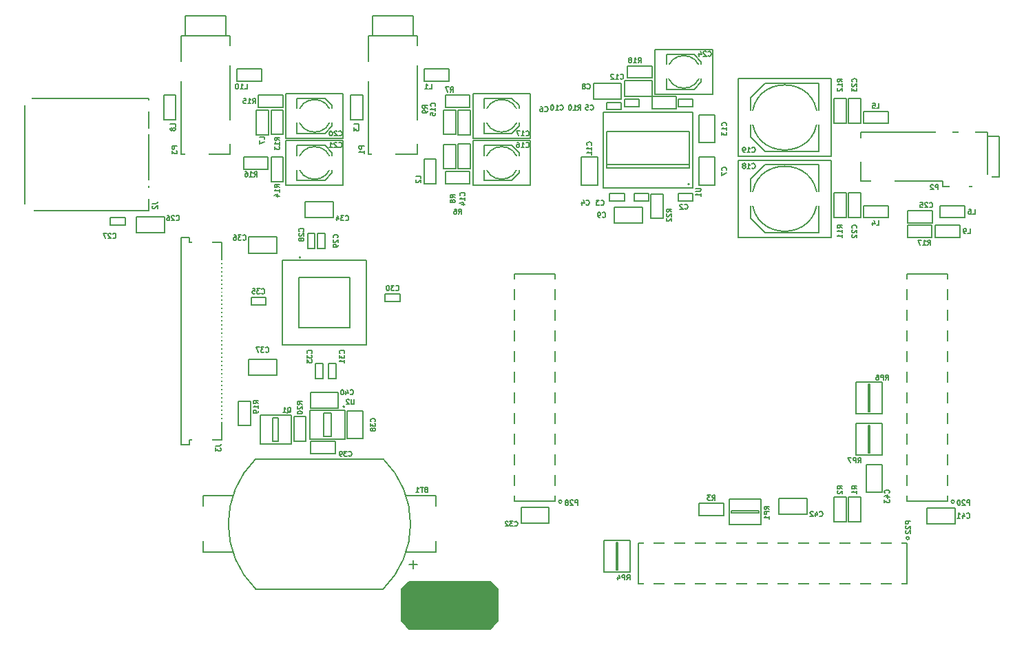
<source format=gbo>
%FSLAX34Y34*%
G04 Gerber Fmt 3.4, Leading zero omitted, Abs format*
G04 (created by PCBNEW (2014-03-01 BZR 4730)-product) date Tuesday, August 26, 2014 'AMt' 09:20:28 AM*
%MOIN*%
G01*
G70*
G90*
G04 APERTURE LIST*
%ADD10C,0.006000*%
%ADD11C,0.008000*%
%ADD12C,0.005906*%
%ADD13R,0.131984X0.171354*%
%ADD14R,0.030400X0.030400*%
%ADD15R,0.169400X0.069000*%
%ADD16R,0.045400X0.043400*%
%ADD17R,0.106400X0.069000*%
%ADD18R,0.043400X0.045400*%
%ADD19C,0.226472*%
%ADD20C,0.029622*%
%ADD21R,0.053244X0.017811*%
%ADD22R,0.037496X0.068992*%
%ADD23R,0.068992X0.100488*%
%ADD24R,0.043400X0.043400*%
%ADD25R,0.041400X0.045400*%
%ADD26R,0.045400X0.041400*%
%ADD27C,0.061118*%
%ADD28R,0.025685X0.045370*%
%ADD29R,0.033559X0.045370*%
%ADD30R,0.045370X0.025685*%
%ADD31R,0.045370X0.033559*%
%ADD32R,0.051300X0.063100*%
%ADD33R,0.063100X0.051300*%
%ADD34C,0.130000*%
%ADD35C,0.068992*%
%ADD36C,0.088677*%
%ADD37C,0.163480*%
%ADD38R,0.116236X0.092614*%
%ADD39R,0.116236X0.116236*%
%ADD40C,0.072929*%
%ADD41R,0.092614X0.116236*%
%ADD42R,0.084740X0.116236*%
%ADD43R,0.023700X0.078800*%
%ADD44R,0.049300X0.029600*%
%ADD45R,0.039465X0.053244*%
%ADD46R,0.035528X0.031591*%
%ADD47R,0.039465X0.057181*%
%ADD48R,0.049307X0.043402*%
%ADD49R,0.041433X0.043402*%
%ADD50R,0.043402X0.033559*%
%ADD51R,0.047339X0.033559*%
%ADD52R,0.045400X0.029600*%
%ADD53R,0.046157X0.131197*%
%ADD54C,0.076866*%
%ADD55R,0.131197X0.046157*%
%ADD56R,0.013874X0.065055*%
%ADD57R,0.065055X0.013874*%
%ADD58R,0.114268X0.114268*%
G04 APERTURE END LIST*
G54D10*
X42913Y-64960D02*
X42519Y-64960D01*
X42716Y-64763D02*
X42716Y-65157D01*
X41273Y-59841D02*
G75*
G02X41274Y-66141I-3084J-3151D01*
G74*
G01*
X35104Y-66143D02*
G75*
G02X35103Y-59842I3084J3151D01*
G74*
G01*
X41274Y-66141D02*
X35103Y-66141D01*
X41274Y-59842D02*
X35103Y-59842D01*
X34000Y-61614D02*
X32559Y-61614D01*
X32559Y-61614D02*
X32559Y-64370D01*
X32559Y-64370D02*
X34000Y-64370D01*
X42377Y-61614D02*
X43818Y-61614D01*
X43818Y-61614D02*
X43818Y-64370D01*
X43818Y-64370D02*
X42377Y-64370D01*
X55547Y-46984D02*
X55547Y-47346D01*
X55547Y-47346D02*
X56263Y-47346D01*
X56263Y-47346D02*
X56263Y-46984D01*
X56263Y-46984D02*
X55547Y-46984D01*
X53421Y-46984D02*
X53421Y-47346D01*
X53421Y-47346D02*
X54137Y-47346D01*
X54137Y-47346D02*
X54137Y-46984D01*
X54137Y-46984D02*
X53421Y-46984D01*
X52956Y-47346D02*
X52956Y-46984D01*
X52956Y-46984D02*
X52240Y-46984D01*
X52240Y-46984D02*
X52240Y-47346D01*
X52240Y-47346D02*
X52956Y-47346D01*
X56263Y-42779D02*
X56263Y-42417D01*
X56263Y-42417D02*
X55547Y-42417D01*
X55547Y-42417D02*
X55547Y-42779D01*
X55547Y-42779D02*
X56263Y-42779D01*
X52082Y-42574D02*
X52082Y-42936D01*
X52082Y-42936D02*
X52798Y-42936D01*
X52798Y-42936D02*
X52798Y-42574D01*
X52798Y-42574D02*
X52082Y-42574D01*
X53665Y-42779D02*
X53665Y-42417D01*
X53665Y-42417D02*
X52949Y-42417D01*
X52949Y-42417D02*
X52949Y-42779D01*
X52949Y-42779D02*
X53665Y-42779D01*
X59054Y-48189D02*
X59054Y-46299D01*
X62362Y-48898D02*
X59763Y-48898D01*
X59763Y-45590D02*
X62362Y-45590D01*
X59054Y-46299D02*
X59763Y-45590D01*
X59054Y-48189D02*
X59763Y-48898D01*
X62362Y-45590D02*
X62362Y-48898D01*
X62283Y-47244D02*
G75*
G03X62283Y-47244I-1575J0D01*
G74*
G01*
X58454Y-49114D02*
X62962Y-49114D01*
X62962Y-49114D02*
X62962Y-45374D01*
X62962Y-45374D02*
X58454Y-45374D01*
X58454Y-45374D02*
X58454Y-49114D01*
X59054Y-44252D02*
X59054Y-42362D01*
X62362Y-44961D02*
X59763Y-44961D01*
X59763Y-41653D02*
X62362Y-41653D01*
X59054Y-42362D02*
X59763Y-41653D01*
X59054Y-44252D02*
X59763Y-44961D01*
X62362Y-41653D02*
X62362Y-44961D01*
X62283Y-43307D02*
G75*
G03X62283Y-43307I-1575J0D01*
G74*
G01*
X58454Y-45177D02*
X62962Y-45177D01*
X62962Y-45177D02*
X62962Y-41437D01*
X62962Y-41437D02*
X58454Y-41437D01*
X58454Y-41437D02*
X58454Y-45177D01*
X64389Y-48159D02*
X64389Y-46959D01*
X64389Y-46959D02*
X63799Y-46959D01*
X63799Y-46959D02*
X63799Y-48159D01*
X63799Y-48159D02*
X64389Y-48159D01*
X64389Y-43592D02*
X64389Y-42392D01*
X64389Y-42392D02*
X63799Y-42392D01*
X63799Y-42392D02*
X63799Y-43592D01*
X63799Y-43592D02*
X64389Y-43592D01*
X54438Y-42185D02*
X57214Y-42185D01*
X57214Y-42185D02*
X57214Y-40019D01*
X57214Y-40019D02*
X54438Y-40019D01*
X54438Y-40019D02*
X54438Y-42185D01*
X54980Y-40256D02*
X56318Y-40256D01*
X56672Y-41594D02*
X56672Y-40610D01*
X56318Y-41948D02*
X54980Y-41948D01*
X56672Y-41594D02*
X56318Y-41948D01*
X56672Y-40610D02*
X56318Y-40256D01*
X56613Y-41102D02*
G75*
G03X56613Y-41102I-787J0D01*
G74*
G01*
X54980Y-40256D02*
X54980Y-41948D01*
X67844Y-47815D02*
X66644Y-47815D01*
X66644Y-47815D02*
X66644Y-48405D01*
X66644Y-48405D02*
X67844Y-48405D01*
X67844Y-48405D02*
X67844Y-47815D01*
X28783Y-48527D02*
X28783Y-48165D01*
X28783Y-48165D02*
X28067Y-48165D01*
X28067Y-48165D02*
X28067Y-48527D01*
X28067Y-48527D02*
X28783Y-48527D01*
X37976Y-48933D02*
X37614Y-48933D01*
X37614Y-48933D02*
X37614Y-49649D01*
X37614Y-49649D02*
X37976Y-49649D01*
X37976Y-49649D02*
X37976Y-48933D01*
X38448Y-48933D02*
X38086Y-48933D01*
X38086Y-48933D02*
X38086Y-49649D01*
X38086Y-49649D02*
X38448Y-49649D01*
X38448Y-49649D02*
X38448Y-48933D01*
X42090Y-52228D02*
X42090Y-51866D01*
X42090Y-51866D02*
X41374Y-51866D01*
X41374Y-51866D02*
X41374Y-52228D01*
X41374Y-52228D02*
X42090Y-52228D01*
X38637Y-55948D02*
X38999Y-55948D01*
X38999Y-55948D02*
X38999Y-55232D01*
X38999Y-55232D02*
X38637Y-55232D01*
X38637Y-55232D02*
X38637Y-55948D01*
X38007Y-55948D02*
X38369Y-55948D01*
X38369Y-55948D02*
X38369Y-55232D01*
X38369Y-55232D02*
X38007Y-55232D01*
X38007Y-55232D02*
X38007Y-55948D01*
X34878Y-52023D02*
X34878Y-52385D01*
X34878Y-52385D02*
X35594Y-52385D01*
X35594Y-52385D02*
X35594Y-52023D01*
X35594Y-52023D02*
X34878Y-52023D01*
G54D11*
X37746Y-59586D02*
X38946Y-59586D01*
X38946Y-59586D02*
X38946Y-58996D01*
X38946Y-58996D02*
X37746Y-58996D01*
X37746Y-58996D02*
X37746Y-59586D01*
G54D10*
X31496Y-59153D02*
X31496Y-49114D01*
X31496Y-59153D02*
X31889Y-59153D01*
X31889Y-59153D02*
X31889Y-58917D01*
X31889Y-58917D02*
X33464Y-58917D01*
X31496Y-49114D02*
X31889Y-49114D01*
X31889Y-49114D02*
X31889Y-49350D01*
X31889Y-49350D02*
X33464Y-49350D01*
X33464Y-58917D02*
X33464Y-49350D01*
X64518Y-47579D02*
X64518Y-48169D01*
X64518Y-48169D02*
X65718Y-48169D01*
X65718Y-48169D02*
X65718Y-47579D01*
X65718Y-47579D02*
X64518Y-47579D01*
X64518Y-43012D02*
X64518Y-43602D01*
X64518Y-43602D02*
X65718Y-43602D01*
X65718Y-43602D02*
X65718Y-43012D01*
X65718Y-43012D02*
X64518Y-43012D01*
X68218Y-47579D02*
X68218Y-48169D01*
X68218Y-48169D02*
X69418Y-48169D01*
X69418Y-48169D02*
X69418Y-47579D01*
X69418Y-47579D02*
X68218Y-47579D01*
X67982Y-48523D02*
X67982Y-49113D01*
X67982Y-49113D02*
X69182Y-49113D01*
X69182Y-49113D02*
X69182Y-48523D01*
X69182Y-48523D02*
X67982Y-48523D01*
X55472Y-42303D02*
X54290Y-42303D01*
X54290Y-42303D02*
X54290Y-42893D01*
X54290Y-42893D02*
X55472Y-42893D01*
X55472Y-42893D02*
X55472Y-42303D01*
X63680Y-48150D02*
X63680Y-46968D01*
X63680Y-46968D02*
X63090Y-46968D01*
X63090Y-46968D02*
X63090Y-48150D01*
X63090Y-48150D02*
X63680Y-48150D01*
X63680Y-43583D02*
X63680Y-42401D01*
X63680Y-42401D02*
X63090Y-42401D01*
X63090Y-42401D02*
X63090Y-43583D01*
X63090Y-43583D02*
X63680Y-43583D01*
X67835Y-48523D02*
X66653Y-48523D01*
X66653Y-48523D02*
X66653Y-49113D01*
X66653Y-49113D02*
X67835Y-49113D01*
X67835Y-49113D02*
X67835Y-48523D01*
X53109Y-41397D02*
X54291Y-41397D01*
X54291Y-41397D02*
X54291Y-40807D01*
X54291Y-40807D02*
X53109Y-40807D01*
X53109Y-40807D02*
X53109Y-41397D01*
X34271Y-57046D02*
X34271Y-58228D01*
X34271Y-58228D02*
X34861Y-58228D01*
X34861Y-58228D02*
X34861Y-57046D01*
X34861Y-57046D02*
X34271Y-57046D01*
X37539Y-58976D02*
X37539Y-57794D01*
X37539Y-57794D02*
X36949Y-57794D01*
X36949Y-57794D02*
X36949Y-58976D01*
X36949Y-58976D02*
X37539Y-58976D01*
X54822Y-48189D02*
X54822Y-47007D01*
X54822Y-47007D02*
X54232Y-47007D01*
X54232Y-47007D02*
X54232Y-48189D01*
X54232Y-48189D02*
X54822Y-48189D01*
X59547Y-63031D02*
X59547Y-61771D01*
X59547Y-61771D02*
X58011Y-61771D01*
X58011Y-61771D02*
X58011Y-63031D01*
X58011Y-63031D02*
X59547Y-63031D01*
X59448Y-62440D02*
X59448Y-62362D01*
X59448Y-62362D02*
X58110Y-62362D01*
X58110Y-62362D02*
X58110Y-62440D01*
X58110Y-62440D02*
X59448Y-62440D01*
X53228Y-63799D02*
X51968Y-63799D01*
X51968Y-63799D02*
X51968Y-65334D01*
X51968Y-65334D02*
X53228Y-65334D01*
X53228Y-65334D02*
X53228Y-63799D01*
X52637Y-63897D02*
X52559Y-63897D01*
X52559Y-63897D02*
X52559Y-65236D01*
X52559Y-65236D02*
X52637Y-65236D01*
X52637Y-65236D02*
X52637Y-63897D01*
X65433Y-56122D02*
X64173Y-56122D01*
X64173Y-56122D02*
X64173Y-57657D01*
X64173Y-57657D02*
X65433Y-57657D01*
X65433Y-57657D02*
X65433Y-56122D01*
X64842Y-56220D02*
X64763Y-56220D01*
X64763Y-56220D02*
X64763Y-57559D01*
X64763Y-57559D02*
X64842Y-57559D01*
X64842Y-57559D02*
X64842Y-56220D01*
X65433Y-58129D02*
X64173Y-58129D01*
X64173Y-58129D02*
X64173Y-59665D01*
X64173Y-59665D02*
X65433Y-59665D01*
X65433Y-59665D02*
X65433Y-58129D01*
X64842Y-58228D02*
X64763Y-58228D01*
X64763Y-58228D02*
X64763Y-59566D01*
X64763Y-59566D02*
X64842Y-59566D01*
X64842Y-59566D02*
X64842Y-58228D01*
X63799Y-61692D02*
X63799Y-62874D01*
X63799Y-62874D02*
X64389Y-62874D01*
X64389Y-62874D02*
X64389Y-61692D01*
X64389Y-61692D02*
X63799Y-61692D01*
X63090Y-61692D02*
X63090Y-62874D01*
X63090Y-62874D02*
X63680Y-62874D01*
X63680Y-62874D02*
X63680Y-61692D01*
X63680Y-61692D02*
X63090Y-61692D01*
X56574Y-62578D02*
X57756Y-62578D01*
X57756Y-62578D02*
X57756Y-61988D01*
X57756Y-61988D02*
X56574Y-61988D01*
X56574Y-61988D02*
X56574Y-62578D01*
X44901Y-44596D02*
X44901Y-45796D01*
X44901Y-45796D02*
X45491Y-45796D01*
X45491Y-45796D02*
X45491Y-44596D01*
X45491Y-44596D02*
X44901Y-44596D01*
X44901Y-42943D02*
X44901Y-44143D01*
X44901Y-44143D02*
X45491Y-44143D01*
X45491Y-44143D02*
X45491Y-42943D01*
X45491Y-42943D02*
X44901Y-42943D01*
X45619Y-46594D02*
X48395Y-46594D01*
X48395Y-46594D02*
X48395Y-44428D01*
X48395Y-44428D02*
X45619Y-44428D01*
X45619Y-44428D02*
X45619Y-46594D01*
X46161Y-44665D02*
X47499Y-44665D01*
X47853Y-46003D02*
X47853Y-45019D01*
X47499Y-46357D02*
X46161Y-46357D01*
X47853Y-46003D02*
X47499Y-46357D01*
X47853Y-45019D02*
X47499Y-44665D01*
X47794Y-45511D02*
G75*
G03X47794Y-45511I-787J0D01*
G74*
G01*
X46161Y-44665D02*
X46161Y-46357D01*
X45619Y-44311D02*
X48395Y-44311D01*
X48395Y-44311D02*
X48395Y-42145D01*
X48395Y-42145D02*
X45619Y-42145D01*
X45619Y-42145D02*
X45619Y-44311D01*
X46161Y-42382D02*
X47499Y-42382D01*
X47853Y-43720D02*
X47853Y-42736D01*
X47499Y-44074D02*
X46161Y-44074D01*
X47853Y-43720D02*
X47499Y-44074D01*
X47853Y-42736D02*
X47499Y-42382D01*
X47794Y-43228D02*
G75*
G03X47794Y-43228I-787J0D01*
G74*
G01*
X46161Y-42382D02*
X46161Y-44074D01*
X36564Y-44311D02*
X39340Y-44311D01*
X39340Y-44311D02*
X39340Y-42145D01*
X39340Y-42145D02*
X36564Y-42145D01*
X36564Y-42145D02*
X36564Y-44311D01*
X37106Y-42382D02*
X38444Y-42382D01*
X38798Y-43720D02*
X38798Y-42736D01*
X38444Y-44074D02*
X37106Y-44074D01*
X38798Y-43720D02*
X38444Y-44074D01*
X38798Y-42736D02*
X38444Y-42382D01*
X38739Y-43228D02*
G75*
G03X38739Y-43228I-787J0D01*
G74*
G01*
X37106Y-42382D02*
X37106Y-44074D01*
X36564Y-46594D02*
X39340Y-46594D01*
X39340Y-46594D02*
X39340Y-44428D01*
X39340Y-44428D02*
X36564Y-44428D01*
X36564Y-44428D02*
X36564Y-46594D01*
X37106Y-44665D02*
X38444Y-44665D01*
X38798Y-46003D02*
X38798Y-45019D01*
X38444Y-46357D02*
X37106Y-46357D01*
X38798Y-46003D02*
X38444Y-46357D01*
X38798Y-45019D02*
X38444Y-44665D01*
X38739Y-45511D02*
G75*
G03X38739Y-45511I-787J0D01*
G74*
G01*
X37106Y-44665D02*
X37106Y-46357D01*
X44458Y-41554D02*
X44458Y-40964D01*
X44458Y-40964D02*
X43258Y-40964D01*
X43258Y-40964D02*
X43258Y-41554D01*
X43258Y-41554D02*
X44458Y-41554D01*
X43838Y-45305D02*
X43248Y-45305D01*
X43248Y-45305D02*
X43248Y-46505D01*
X43248Y-46505D02*
X43838Y-46505D01*
X43838Y-46505D02*
X43838Y-45305D01*
X40295Y-42234D02*
X39705Y-42234D01*
X39705Y-42234D02*
X39705Y-43434D01*
X39705Y-43434D02*
X40295Y-43434D01*
X40295Y-43434D02*
X40295Y-42234D01*
X35728Y-42943D02*
X35138Y-42943D01*
X35138Y-42943D02*
X35138Y-44143D01*
X35138Y-44143D02*
X35728Y-44143D01*
X35728Y-44143D02*
X35728Y-42943D01*
X30649Y-43434D02*
X31239Y-43434D01*
X31239Y-43434D02*
X31239Y-42234D01*
X31239Y-42234D02*
X30649Y-42234D01*
X30649Y-42234D02*
X30649Y-43434D01*
X35403Y-41554D02*
X35403Y-40964D01*
X35403Y-40964D02*
X34203Y-40964D01*
X34203Y-40964D02*
X34203Y-41554D01*
X34203Y-41554D02*
X35403Y-41554D01*
X45472Y-45925D02*
X44290Y-45925D01*
X44290Y-45925D02*
X44290Y-46515D01*
X44290Y-46515D02*
X45472Y-46515D01*
X45472Y-46515D02*
X45472Y-45925D01*
X45472Y-42224D02*
X44290Y-42224D01*
X44290Y-42224D02*
X44290Y-42814D01*
X44290Y-42814D02*
X45472Y-42814D01*
X45472Y-42814D02*
X45472Y-42224D01*
X44193Y-44605D02*
X44193Y-45787D01*
X44193Y-45787D02*
X44783Y-45787D01*
X44783Y-45787D02*
X44783Y-44605D01*
X44783Y-44605D02*
X44193Y-44605D01*
X44193Y-42952D02*
X44193Y-44134D01*
X44193Y-44134D02*
X44783Y-44134D01*
X44783Y-44134D02*
X44783Y-42952D01*
X44783Y-42952D02*
X44193Y-42952D01*
X36436Y-44134D02*
X36436Y-42952D01*
X36436Y-42952D02*
X35846Y-42952D01*
X35846Y-42952D02*
X35846Y-44134D01*
X35846Y-44134D02*
X36436Y-44134D01*
X35846Y-45235D02*
X35846Y-46417D01*
X35846Y-46417D02*
X36436Y-46417D01*
X36436Y-46417D02*
X36436Y-45235D01*
X36436Y-45235D02*
X35846Y-45235D01*
X35235Y-42814D02*
X36417Y-42814D01*
X36417Y-42814D02*
X36417Y-42224D01*
X36417Y-42224D02*
X35235Y-42224D01*
X35235Y-42224D02*
X35235Y-42814D01*
X34527Y-45806D02*
X35709Y-45806D01*
X35709Y-45806D02*
X35709Y-45216D01*
X35709Y-45216D02*
X34527Y-45216D01*
X34527Y-45216D02*
X34527Y-45806D01*
X68946Y-62214D02*
X67588Y-62214D01*
X67588Y-62214D02*
X67588Y-62982D01*
X67588Y-62982D02*
X68946Y-62982D01*
X68946Y-62982D02*
X68946Y-62214D01*
X37746Y-57391D02*
X39104Y-57391D01*
X39104Y-57391D02*
X39104Y-56623D01*
X39104Y-56623D02*
X37746Y-56623D01*
X37746Y-56623D02*
X37746Y-57391D01*
X39537Y-57509D02*
X39537Y-58867D01*
X39537Y-58867D02*
X40305Y-58867D01*
X40305Y-58867D02*
X40305Y-57509D01*
X40305Y-57509D02*
X39537Y-57509D01*
X36112Y-55009D02*
X34754Y-55009D01*
X34754Y-55009D02*
X34754Y-55777D01*
X34754Y-55777D02*
X36112Y-55777D01*
X36112Y-55777D02*
X36112Y-55009D01*
X36112Y-49104D02*
X34754Y-49104D01*
X34754Y-49104D02*
X34754Y-49872D01*
X34754Y-49872D02*
X36112Y-49872D01*
X36112Y-49872D02*
X36112Y-49104D01*
X38867Y-47371D02*
X37509Y-47371D01*
X37509Y-47371D02*
X37509Y-48139D01*
X37509Y-48139D02*
X38867Y-48139D01*
X38867Y-48139D02*
X38867Y-47371D01*
X49301Y-62175D02*
X47943Y-62175D01*
X47943Y-62175D02*
X47943Y-62943D01*
X47943Y-62943D02*
X49301Y-62943D01*
X49301Y-62943D02*
X49301Y-62175D01*
X29321Y-48887D02*
X30679Y-48887D01*
X30679Y-48887D02*
X30679Y-48119D01*
X30679Y-48119D02*
X29321Y-48119D01*
X29321Y-48119D02*
X29321Y-48887D01*
X56545Y-43179D02*
X56545Y-44537D01*
X56545Y-44537D02*
X57313Y-44537D01*
X57313Y-44537D02*
X57313Y-43179D01*
X57313Y-43179D02*
X56545Y-43179D01*
X52943Y-42273D02*
X54301Y-42273D01*
X54301Y-42273D02*
X54301Y-41505D01*
X54301Y-41505D02*
X52943Y-41505D01*
X52943Y-41505D02*
X52943Y-42273D01*
X51643Y-46584D02*
X51643Y-45226D01*
X51643Y-45226D02*
X50875Y-45226D01*
X50875Y-45226D02*
X50875Y-46584D01*
X50875Y-46584D02*
X51643Y-46584D01*
X53828Y-47647D02*
X52470Y-47647D01*
X52470Y-47647D02*
X52470Y-48415D01*
X52470Y-48415D02*
X53828Y-48415D01*
X53828Y-48415D02*
X53828Y-47647D01*
X52804Y-41663D02*
X51446Y-41663D01*
X51446Y-41663D02*
X51446Y-42431D01*
X51446Y-42431D02*
X52804Y-42431D01*
X52804Y-42431D02*
X52804Y-41663D01*
X57313Y-46584D02*
X57313Y-45226D01*
X57313Y-45226D02*
X56545Y-45226D01*
X56545Y-45226D02*
X56545Y-46584D01*
X56545Y-46584D02*
X57313Y-46584D01*
X60423Y-62509D02*
X61781Y-62509D01*
X61781Y-62509D02*
X61781Y-61741D01*
X61781Y-61741D02*
X60423Y-61741D01*
X60423Y-61741D02*
X60423Y-62509D01*
X64655Y-60108D02*
X64655Y-61466D01*
X64655Y-61466D02*
X65423Y-61466D01*
X65423Y-61466D02*
X65423Y-60108D01*
X65423Y-60108D02*
X64655Y-60108D01*
X31496Y-39370D02*
X31496Y-45078D01*
X31496Y-45078D02*
X33858Y-45078D01*
X33858Y-45078D02*
X33858Y-39370D01*
X33858Y-39370D02*
X31496Y-39370D01*
X31692Y-39370D02*
X31692Y-38385D01*
X31692Y-38385D02*
X33661Y-38385D01*
X33661Y-38385D02*
X33661Y-39370D01*
X40551Y-39370D02*
X40551Y-45078D01*
X40551Y-45078D02*
X42913Y-45078D01*
X42913Y-45078D02*
X42913Y-39370D01*
X42913Y-39370D02*
X40551Y-39370D01*
X40748Y-39370D02*
X40748Y-38385D01*
X40748Y-38385D02*
X42716Y-38385D01*
X42716Y-38385D02*
X42716Y-39370D01*
X64409Y-46377D02*
X68346Y-46377D01*
X68346Y-46377D02*
X68346Y-46653D01*
X68346Y-46653D02*
X70511Y-46653D01*
X64409Y-44015D02*
X64409Y-46377D01*
X70511Y-44015D02*
X64409Y-44015D01*
X70511Y-44015D02*
X70511Y-46653D01*
X70511Y-44212D02*
X71102Y-44212D01*
X71102Y-44212D02*
X71102Y-46181D01*
X71102Y-46181D02*
X70511Y-46181D01*
X56096Y-46529D02*
G75*
G03X56096Y-46529I-39J0D01*
G74*
G01*
X56102Y-45590D02*
X52086Y-45590D01*
X56259Y-46722D02*
X56259Y-43040D01*
X56259Y-43040D02*
X51929Y-43040D01*
X51929Y-43040D02*
X51929Y-46722D01*
X51929Y-46722D02*
X56259Y-46722D01*
X56102Y-45767D02*
X56102Y-43995D01*
X56102Y-43995D02*
X52086Y-43995D01*
X52086Y-43995D02*
X52086Y-45767D01*
X52086Y-45767D02*
X56102Y-45767D01*
X38769Y-57617D02*
X38395Y-57617D01*
X38395Y-57617D02*
X38395Y-58759D01*
X38395Y-58759D02*
X38769Y-58759D01*
X38769Y-58759D02*
X38769Y-57617D01*
X39400Y-57314D02*
G75*
G03X39400Y-57314I-39J0D01*
G74*
G01*
X39428Y-57489D02*
X37736Y-57489D01*
X37736Y-57489D02*
X37736Y-58887D01*
X37736Y-58887D02*
X39428Y-58887D01*
X39428Y-58887D02*
X39428Y-57489D01*
X23937Y-47834D02*
X29921Y-47834D01*
X23937Y-42401D02*
X23937Y-47834D01*
X29921Y-42401D02*
X23937Y-42401D01*
X29921Y-47834D02*
X29921Y-42401D01*
X36810Y-57736D02*
X35314Y-57736D01*
X35314Y-57736D02*
X35314Y-59114D01*
X35314Y-59114D02*
X36810Y-59114D01*
X36810Y-59114D02*
X36810Y-57736D01*
X36190Y-57854D02*
X35934Y-57854D01*
X35934Y-57854D02*
X35934Y-58996D01*
X35934Y-58996D02*
X36190Y-58996D01*
X36190Y-58996D02*
X36190Y-57854D01*
X66736Y-63677D02*
G75*
G03X66736Y-63677I-78J0D01*
G74*
G01*
X66622Y-65881D02*
X66622Y-63913D01*
X66622Y-63913D02*
X53622Y-63913D01*
X53622Y-63913D02*
X53622Y-65881D01*
X53622Y-65881D02*
X66622Y-65881D01*
X49921Y-61909D02*
G75*
G03X49921Y-61909I-78J0D01*
G74*
G01*
X47637Y-61897D02*
X49606Y-61897D01*
X49606Y-61897D02*
X49606Y-50897D01*
X49606Y-50897D02*
X47637Y-50897D01*
X47637Y-50897D02*
X47637Y-61897D01*
X68921Y-61909D02*
G75*
G03X68921Y-61909I-78J0D01*
G74*
G01*
X66637Y-61897D02*
X68606Y-61897D01*
X68606Y-61897D02*
X68606Y-50897D01*
X68606Y-50897D02*
X66637Y-50897D01*
X66637Y-50897D02*
X66637Y-61897D01*
G54D12*
X37283Y-50078D02*
G75*
G03X37283Y-50078I-39J0D01*
G74*
G01*
X36377Y-50236D02*
X40472Y-50236D01*
X40472Y-50236D02*
X40472Y-54330D01*
X40472Y-54330D02*
X36377Y-54330D01*
X36377Y-54330D02*
X36377Y-50236D01*
X37204Y-51062D02*
X39645Y-51062D01*
X39645Y-51062D02*
X39645Y-53503D01*
X39645Y-53503D02*
X37204Y-53503D01*
X37204Y-53503D02*
X37204Y-51062D01*
G54D10*
X43338Y-61321D02*
X43303Y-61332D01*
X43292Y-61344D01*
X43281Y-61367D01*
X43281Y-61401D01*
X43292Y-61424D01*
X43303Y-61435D01*
X43326Y-61447D01*
X43418Y-61447D01*
X43418Y-61207D01*
X43338Y-61207D01*
X43315Y-61218D01*
X43303Y-61230D01*
X43292Y-61252D01*
X43292Y-61275D01*
X43303Y-61298D01*
X43315Y-61310D01*
X43338Y-61321D01*
X43418Y-61321D01*
X43212Y-61207D02*
X43075Y-61207D01*
X43143Y-61447D02*
X43143Y-61207D01*
X42869Y-61447D02*
X43006Y-61447D01*
X42938Y-61447D02*
X42938Y-61207D01*
X42961Y-61241D01*
X42983Y-61264D01*
X43006Y-61275D01*
X55866Y-47723D02*
X55878Y-47734D01*
X55912Y-47746D01*
X55935Y-47746D01*
X55969Y-47734D01*
X55992Y-47712D01*
X56003Y-47689D01*
X56015Y-47643D01*
X56015Y-47609D01*
X56003Y-47563D01*
X55992Y-47540D01*
X55969Y-47517D01*
X55935Y-47506D01*
X55912Y-47506D01*
X55878Y-47517D01*
X55866Y-47529D01*
X55775Y-47529D02*
X55763Y-47517D01*
X55741Y-47506D01*
X55683Y-47506D01*
X55661Y-47517D01*
X55649Y-47529D01*
X55638Y-47552D01*
X55638Y-47574D01*
X55649Y-47609D01*
X55786Y-47746D01*
X55638Y-47746D01*
X51811Y-47526D02*
X51823Y-47538D01*
X51857Y-47549D01*
X51880Y-47549D01*
X51914Y-47538D01*
X51937Y-47515D01*
X51948Y-47492D01*
X51960Y-47446D01*
X51960Y-47412D01*
X51948Y-47366D01*
X51937Y-47343D01*
X51914Y-47320D01*
X51880Y-47309D01*
X51857Y-47309D01*
X51823Y-47320D01*
X51811Y-47332D01*
X51731Y-47309D02*
X51583Y-47309D01*
X51663Y-47400D01*
X51628Y-47400D01*
X51605Y-47412D01*
X51594Y-47423D01*
X51583Y-47446D01*
X51583Y-47503D01*
X51594Y-47526D01*
X51605Y-47538D01*
X51628Y-47549D01*
X51697Y-47549D01*
X51720Y-47538D01*
X51731Y-47526D01*
X51102Y-47526D02*
X51114Y-47538D01*
X51148Y-47549D01*
X51171Y-47549D01*
X51205Y-47538D01*
X51228Y-47515D01*
X51240Y-47492D01*
X51251Y-47446D01*
X51251Y-47412D01*
X51240Y-47366D01*
X51228Y-47343D01*
X51205Y-47320D01*
X51171Y-47309D01*
X51148Y-47309D01*
X51114Y-47320D01*
X51102Y-47332D01*
X50897Y-47389D02*
X50897Y-47549D01*
X50954Y-47298D02*
X51011Y-47469D01*
X50862Y-47469D01*
X51299Y-42920D02*
X51311Y-42931D01*
X51345Y-42943D01*
X51368Y-42943D01*
X51402Y-42931D01*
X51425Y-42908D01*
X51436Y-42886D01*
X51448Y-42840D01*
X51448Y-42806D01*
X51436Y-42760D01*
X51425Y-42737D01*
X51402Y-42714D01*
X51368Y-42703D01*
X51345Y-42703D01*
X51311Y-42714D01*
X51299Y-42726D01*
X51082Y-42703D02*
X51196Y-42703D01*
X51208Y-42817D01*
X51196Y-42806D01*
X51174Y-42794D01*
X51116Y-42794D01*
X51094Y-42806D01*
X51082Y-42817D01*
X51071Y-42840D01*
X51071Y-42897D01*
X51082Y-42920D01*
X51094Y-42931D01*
X51116Y-42943D01*
X51174Y-42943D01*
X51196Y-42931D01*
X51208Y-42920D01*
X49095Y-42999D02*
X49106Y-43010D01*
X49140Y-43021D01*
X49163Y-43021D01*
X49197Y-43010D01*
X49220Y-42987D01*
X49232Y-42964D01*
X49243Y-42919D01*
X49243Y-42884D01*
X49232Y-42839D01*
X49220Y-42816D01*
X49197Y-42793D01*
X49163Y-42781D01*
X49140Y-42781D01*
X49106Y-42793D01*
X49095Y-42804D01*
X48889Y-42781D02*
X48935Y-42781D01*
X48957Y-42793D01*
X48969Y-42804D01*
X48992Y-42839D01*
X49003Y-42884D01*
X49003Y-42976D01*
X48992Y-42999D01*
X48980Y-43010D01*
X48957Y-43021D01*
X48912Y-43021D01*
X48889Y-43010D01*
X48877Y-42999D01*
X48866Y-42976D01*
X48866Y-42919D01*
X48877Y-42896D01*
X48889Y-42884D01*
X48912Y-42873D01*
X48957Y-42873D01*
X48980Y-42884D01*
X48992Y-42896D01*
X49003Y-42919D01*
X49839Y-42920D02*
X49850Y-42931D01*
X49885Y-42943D01*
X49907Y-42943D01*
X49942Y-42931D01*
X49965Y-42908D01*
X49976Y-42886D01*
X49987Y-42840D01*
X49987Y-42806D01*
X49976Y-42760D01*
X49965Y-42737D01*
X49942Y-42714D01*
X49907Y-42703D01*
X49885Y-42703D01*
X49850Y-42714D01*
X49839Y-42726D01*
X49610Y-42943D02*
X49747Y-42943D01*
X49679Y-42943D02*
X49679Y-42703D01*
X49702Y-42737D01*
X49725Y-42760D01*
X49747Y-42771D01*
X49462Y-42703D02*
X49439Y-42703D01*
X49416Y-42714D01*
X49405Y-42726D01*
X49393Y-42748D01*
X49382Y-42794D01*
X49382Y-42851D01*
X49393Y-42897D01*
X49405Y-42920D01*
X49416Y-42931D01*
X49439Y-42943D01*
X49462Y-42943D01*
X49485Y-42931D01*
X49496Y-42920D01*
X49507Y-42897D01*
X49519Y-42851D01*
X49519Y-42794D01*
X49507Y-42748D01*
X49496Y-42726D01*
X49485Y-42714D01*
X49462Y-42703D01*
X59130Y-45755D02*
X59142Y-45766D01*
X59176Y-45777D01*
X59199Y-45777D01*
X59233Y-45766D01*
X59256Y-45743D01*
X59267Y-45720D01*
X59279Y-45675D01*
X59279Y-45640D01*
X59267Y-45595D01*
X59256Y-45572D01*
X59233Y-45549D01*
X59199Y-45537D01*
X59176Y-45537D01*
X59142Y-45549D01*
X59130Y-45560D01*
X58902Y-45777D02*
X59039Y-45777D01*
X58970Y-45777D02*
X58970Y-45537D01*
X58993Y-45572D01*
X59016Y-45595D01*
X59039Y-45606D01*
X58764Y-45640D02*
X58787Y-45629D01*
X58799Y-45617D01*
X58810Y-45595D01*
X58810Y-45583D01*
X58799Y-45560D01*
X58787Y-45549D01*
X58764Y-45537D01*
X58719Y-45537D01*
X58696Y-45549D01*
X58684Y-45560D01*
X58673Y-45583D01*
X58673Y-45595D01*
X58684Y-45617D01*
X58696Y-45629D01*
X58719Y-45640D01*
X58764Y-45640D01*
X58787Y-45652D01*
X58799Y-45663D01*
X58810Y-45686D01*
X58810Y-45732D01*
X58799Y-45755D01*
X58787Y-45766D01*
X58764Y-45777D01*
X58719Y-45777D01*
X58696Y-45766D01*
X58684Y-45755D01*
X58673Y-45732D01*
X58673Y-45686D01*
X58684Y-45663D01*
X58696Y-45652D01*
X58719Y-45640D01*
X59130Y-44967D02*
X59142Y-44979D01*
X59176Y-44990D01*
X59199Y-44990D01*
X59233Y-44979D01*
X59256Y-44956D01*
X59267Y-44933D01*
X59279Y-44887D01*
X59279Y-44853D01*
X59267Y-44807D01*
X59256Y-44784D01*
X59233Y-44761D01*
X59199Y-44750D01*
X59176Y-44750D01*
X59142Y-44761D01*
X59130Y-44773D01*
X58902Y-44990D02*
X59039Y-44990D01*
X58970Y-44990D02*
X58970Y-44750D01*
X58993Y-44784D01*
X59016Y-44807D01*
X59039Y-44819D01*
X58787Y-44990D02*
X58742Y-44990D01*
X58719Y-44979D01*
X58707Y-44967D01*
X58684Y-44933D01*
X58673Y-44887D01*
X58673Y-44796D01*
X58684Y-44773D01*
X58696Y-44761D01*
X58719Y-44750D01*
X58764Y-44750D01*
X58787Y-44761D01*
X58799Y-44773D01*
X58810Y-44796D01*
X58810Y-44853D01*
X58799Y-44876D01*
X58787Y-44887D01*
X58764Y-44899D01*
X58719Y-44899D01*
X58696Y-44887D01*
X58684Y-44876D01*
X58673Y-44853D01*
X64180Y-48664D02*
X64191Y-48653D01*
X64203Y-48618D01*
X64203Y-48596D01*
X64191Y-48561D01*
X64168Y-48538D01*
X64145Y-48527D01*
X64100Y-48516D01*
X64065Y-48516D01*
X64020Y-48527D01*
X63997Y-48538D01*
X63974Y-48561D01*
X63963Y-48596D01*
X63963Y-48618D01*
X63974Y-48653D01*
X63985Y-48664D01*
X63985Y-48756D02*
X63974Y-48767D01*
X63963Y-48790D01*
X63963Y-48847D01*
X63974Y-48870D01*
X63985Y-48881D01*
X64008Y-48893D01*
X64031Y-48893D01*
X64065Y-48881D01*
X64203Y-48744D01*
X64203Y-48893D01*
X63985Y-48984D02*
X63974Y-48996D01*
X63963Y-49018D01*
X63963Y-49076D01*
X63974Y-49098D01*
X63985Y-49110D01*
X64008Y-49121D01*
X64031Y-49121D01*
X64065Y-49110D01*
X64203Y-48973D01*
X64203Y-49121D01*
X64180Y-41577D02*
X64191Y-41566D01*
X64203Y-41532D01*
X64203Y-41509D01*
X64191Y-41475D01*
X64168Y-41452D01*
X64145Y-41440D01*
X64100Y-41429D01*
X64065Y-41429D01*
X64020Y-41440D01*
X63997Y-41452D01*
X63974Y-41475D01*
X63963Y-41509D01*
X63963Y-41532D01*
X63974Y-41566D01*
X63985Y-41577D01*
X63985Y-41669D02*
X63974Y-41680D01*
X63963Y-41703D01*
X63963Y-41760D01*
X63974Y-41783D01*
X63985Y-41795D01*
X64008Y-41806D01*
X64031Y-41806D01*
X64065Y-41795D01*
X64203Y-41657D01*
X64203Y-41806D01*
X63963Y-41886D02*
X63963Y-42035D01*
X64054Y-41955D01*
X64054Y-41989D01*
X64065Y-42012D01*
X64077Y-42023D01*
X64100Y-42035D01*
X64157Y-42035D01*
X64180Y-42023D01*
X64191Y-42012D01*
X64203Y-41989D01*
X64203Y-41920D01*
X64191Y-41897D01*
X64180Y-41886D01*
X57004Y-40321D02*
X57016Y-40333D01*
X57050Y-40344D01*
X57073Y-40344D01*
X57107Y-40333D01*
X57130Y-40310D01*
X57141Y-40287D01*
X57153Y-40241D01*
X57153Y-40207D01*
X57141Y-40161D01*
X57130Y-40139D01*
X57107Y-40116D01*
X57073Y-40104D01*
X57050Y-40104D01*
X57016Y-40116D01*
X57004Y-40127D01*
X56913Y-40127D02*
X56901Y-40116D01*
X56878Y-40104D01*
X56821Y-40104D01*
X56798Y-40116D01*
X56787Y-40127D01*
X56776Y-40150D01*
X56776Y-40173D01*
X56787Y-40207D01*
X56924Y-40344D01*
X56776Y-40344D01*
X56570Y-40184D02*
X56570Y-40344D01*
X56627Y-40093D02*
X56684Y-40264D01*
X56536Y-40264D01*
X67713Y-47644D02*
X67724Y-47656D01*
X67759Y-47667D01*
X67781Y-47667D01*
X67816Y-47656D01*
X67839Y-47633D01*
X67850Y-47610D01*
X67861Y-47564D01*
X67861Y-47530D01*
X67850Y-47484D01*
X67839Y-47461D01*
X67816Y-47439D01*
X67781Y-47427D01*
X67759Y-47427D01*
X67724Y-47439D01*
X67713Y-47450D01*
X67621Y-47450D02*
X67610Y-47439D01*
X67587Y-47427D01*
X67530Y-47427D01*
X67507Y-47439D01*
X67496Y-47450D01*
X67484Y-47473D01*
X67484Y-47496D01*
X67496Y-47530D01*
X67633Y-47667D01*
X67484Y-47667D01*
X67267Y-47427D02*
X67381Y-47427D01*
X67393Y-47541D01*
X67381Y-47530D01*
X67359Y-47519D01*
X67301Y-47519D01*
X67279Y-47530D01*
X67267Y-47541D01*
X67256Y-47564D01*
X67256Y-47621D01*
X67267Y-47644D01*
X67279Y-47656D01*
X67301Y-47667D01*
X67359Y-47667D01*
X67381Y-47656D01*
X67393Y-47644D01*
X28185Y-49140D02*
X28197Y-49152D01*
X28231Y-49163D01*
X28254Y-49163D01*
X28288Y-49152D01*
X28311Y-49129D01*
X28322Y-49106D01*
X28334Y-49060D01*
X28334Y-49026D01*
X28322Y-48980D01*
X28311Y-48957D01*
X28288Y-48935D01*
X28254Y-48923D01*
X28231Y-48923D01*
X28197Y-48935D01*
X28185Y-48946D01*
X28094Y-48946D02*
X28082Y-48935D01*
X28060Y-48923D01*
X28002Y-48923D01*
X27980Y-48935D01*
X27968Y-48946D01*
X27957Y-48969D01*
X27957Y-48992D01*
X27968Y-49026D01*
X28105Y-49163D01*
X27957Y-49163D01*
X27877Y-48923D02*
X27717Y-48923D01*
X27820Y-49163D01*
X37408Y-48822D02*
X37419Y-48810D01*
X37431Y-48776D01*
X37431Y-48753D01*
X37419Y-48719D01*
X37397Y-48696D01*
X37374Y-48684D01*
X37328Y-48673D01*
X37294Y-48673D01*
X37248Y-48684D01*
X37225Y-48696D01*
X37202Y-48719D01*
X37191Y-48753D01*
X37191Y-48776D01*
X37202Y-48810D01*
X37214Y-48822D01*
X37214Y-48913D02*
X37202Y-48924D01*
X37191Y-48947D01*
X37191Y-49004D01*
X37202Y-49027D01*
X37214Y-49039D01*
X37237Y-49050D01*
X37259Y-49050D01*
X37294Y-49039D01*
X37431Y-48902D01*
X37431Y-49050D01*
X37294Y-49187D02*
X37282Y-49164D01*
X37271Y-49153D01*
X37248Y-49142D01*
X37237Y-49142D01*
X37214Y-49153D01*
X37202Y-49164D01*
X37191Y-49187D01*
X37191Y-49233D01*
X37202Y-49256D01*
X37214Y-49267D01*
X37237Y-49279D01*
X37248Y-49279D01*
X37271Y-49267D01*
X37282Y-49256D01*
X37294Y-49233D01*
X37294Y-49187D01*
X37305Y-49164D01*
X37317Y-49153D01*
X37339Y-49142D01*
X37385Y-49142D01*
X37408Y-49153D01*
X37419Y-49164D01*
X37431Y-49187D01*
X37431Y-49233D01*
X37419Y-49256D01*
X37408Y-49267D01*
X37385Y-49279D01*
X37339Y-49279D01*
X37317Y-49267D01*
X37305Y-49256D01*
X37294Y-49233D01*
X39062Y-49137D02*
X39073Y-49125D01*
X39084Y-49091D01*
X39084Y-49068D01*
X39073Y-49034D01*
X39050Y-49011D01*
X39027Y-48999D01*
X38982Y-48988D01*
X38947Y-48988D01*
X38902Y-48999D01*
X38879Y-49011D01*
X38856Y-49034D01*
X38844Y-49068D01*
X38844Y-49091D01*
X38856Y-49125D01*
X38867Y-49137D01*
X38867Y-49228D02*
X38856Y-49239D01*
X38844Y-49262D01*
X38844Y-49319D01*
X38856Y-49342D01*
X38867Y-49354D01*
X38890Y-49365D01*
X38913Y-49365D01*
X38947Y-49354D01*
X39084Y-49217D01*
X39084Y-49365D01*
X39084Y-49479D02*
X39084Y-49525D01*
X39073Y-49548D01*
X39062Y-49559D01*
X39027Y-49582D01*
X38982Y-49594D01*
X38890Y-49594D01*
X38867Y-49582D01*
X38856Y-49571D01*
X38844Y-49548D01*
X38844Y-49502D01*
X38856Y-49479D01*
X38867Y-49468D01*
X38890Y-49457D01*
X38947Y-49457D01*
X38970Y-49468D01*
X38982Y-49479D01*
X38993Y-49502D01*
X38993Y-49548D01*
X38982Y-49571D01*
X38970Y-49582D01*
X38947Y-49594D01*
X41886Y-51660D02*
X41897Y-51671D01*
X41932Y-51683D01*
X41955Y-51683D01*
X41989Y-51671D01*
X42012Y-51649D01*
X42023Y-51626D01*
X42035Y-51580D01*
X42035Y-51546D01*
X42023Y-51500D01*
X42012Y-51477D01*
X41989Y-51454D01*
X41955Y-51443D01*
X41932Y-51443D01*
X41897Y-51454D01*
X41886Y-51466D01*
X41806Y-51443D02*
X41657Y-51443D01*
X41737Y-51534D01*
X41703Y-51534D01*
X41680Y-51546D01*
X41669Y-51557D01*
X41657Y-51580D01*
X41657Y-51637D01*
X41669Y-51660D01*
X41680Y-51671D01*
X41703Y-51683D01*
X41772Y-51683D01*
X41795Y-51671D01*
X41806Y-51660D01*
X41509Y-51443D02*
X41486Y-51443D01*
X41463Y-51454D01*
X41452Y-51466D01*
X41440Y-51489D01*
X41429Y-51534D01*
X41429Y-51591D01*
X41440Y-51637D01*
X41452Y-51660D01*
X41463Y-51671D01*
X41486Y-51683D01*
X41509Y-51683D01*
X41532Y-51671D01*
X41543Y-51660D01*
X41555Y-51637D01*
X41566Y-51591D01*
X41566Y-51534D01*
X41555Y-51489D01*
X41543Y-51466D01*
X41532Y-51454D01*
X41509Y-51443D01*
X39377Y-54727D02*
X39388Y-54716D01*
X39399Y-54681D01*
X39399Y-54659D01*
X39388Y-54624D01*
X39365Y-54601D01*
X39342Y-54590D01*
X39297Y-54579D01*
X39262Y-54579D01*
X39217Y-54590D01*
X39194Y-54601D01*
X39171Y-54624D01*
X39159Y-54659D01*
X39159Y-54681D01*
X39171Y-54716D01*
X39182Y-54727D01*
X39159Y-54807D02*
X39159Y-54956D01*
X39251Y-54876D01*
X39251Y-54910D01*
X39262Y-54933D01*
X39274Y-54944D01*
X39297Y-54956D01*
X39354Y-54956D01*
X39377Y-54944D01*
X39388Y-54933D01*
X39399Y-54910D01*
X39399Y-54841D01*
X39388Y-54819D01*
X39377Y-54807D01*
X39399Y-55184D02*
X39399Y-55047D01*
X39399Y-55116D02*
X39159Y-55116D01*
X39194Y-55093D01*
X39217Y-55070D01*
X39228Y-55047D01*
X37802Y-54727D02*
X37813Y-54716D01*
X37825Y-54681D01*
X37825Y-54659D01*
X37813Y-54624D01*
X37790Y-54601D01*
X37767Y-54590D01*
X37722Y-54579D01*
X37687Y-54579D01*
X37642Y-54590D01*
X37619Y-54601D01*
X37596Y-54624D01*
X37585Y-54659D01*
X37585Y-54681D01*
X37596Y-54716D01*
X37607Y-54727D01*
X37585Y-54807D02*
X37585Y-54956D01*
X37676Y-54876D01*
X37676Y-54910D01*
X37687Y-54933D01*
X37699Y-54944D01*
X37722Y-54956D01*
X37779Y-54956D01*
X37802Y-54944D01*
X37813Y-54933D01*
X37825Y-54910D01*
X37825Y-54841D01*
X37813Y-54819D01*
X37802Y-54807D01*
X37585Y-55036D02*
X37585Y-55184D01*
X37676Y-55104D01*
X37676Y-55139D01*
X37687Y-55161D01*
X37699Y-55173D01*
X37722Y-55184D01*
X37779Y-55184D01*
X37802Y-55173D01*
X37813Y-55161D01*
X37825Y-55139D01*
X37825Y-55070D01*
X37813Y-55047D01*
X37802Y-55036D01*
X35390Y-51817D02*
X35401Y-51829D01*
X35436Y-51840D01*
X35459Y-51840D01*
X35493Y-51829D01*
X35516Y-51806D01*
X35527Y-51783D01*
X35539Y-51737D01*
X35539Y-51703D01*
X35527Y-51657D01*
X35516Y-51635D01*
X35493Y-51612D01*
X35459Y-51600D01*
X35436Y-51600D01*
X35401Y-51612D01*
X35390Y-51623D01*
X35310Y-51600D02*
X35161Y-51600D01*
X35241Y-51692D01*
X35207Y-51692D01*
X35184Y-51703D01*
X35173Y-51715D01*
X35161Y-51737D01*
X35161Y-51795D01*
X35173Y-51817D01*
X35184Y-51829D01*
X35207Y-51840D01*
X35276Y-51840D01*
X35299Y-51829D01*
X35310Y-51817D01*
X34944Y-51600D02*
X35059Y-51600D01*
X35070Y-51715D01*
X35059Y-51703D01*
X35036Y-51692D01*
X34979Y-51692D01*
X34956Y-51703D01*
X34944Y-51715D01*
X34933Y-51737D01*
X34933Y-51795D01*
X34944Y-51817D01*
X34956Y-51829D01*
X34979Y-51840D01*
X35036Y-51840D01*
X35059Y-51829D01*
X35070Y-51817D01*
X39603Y-59692D02*
X39614Y-59703D01*
X39648Y-59714D01*
X39671Y-59714D01*
X39705Y-59703D01*
X39728Y-59680D01*
X39740Y-59657D01*
X39751Y-59612D01*
X39751Y-59577D01*
X39740Y-59532D01*
X39728Y-59509D01*
X39705Y-59486D01*
X39671Y-59474D01*
X39648Y-59474D01*
X39614Y-59486D01*
X39603Y-59497D01*
X39523Y-59474D02*
X39374Y-59474D01*
X39454Y-59566D01*
X39420Y-59566D01*
X39397Y-59577D01*
X39385Y-59589D01*
X39374Y-59612D01*
X39374Y-59669D01*
X39385Y-59692D01*
X39397Y-59703D01*
X39420Y-59714D01*
X39488Y-59714D01*
X39511Y-59703D01*
X39523Y-59692D01*
X39260Y-59714D02*
X39214Y-59714D01*
X39191Y-59703D01*
X39180Y-59692D01*
X39157Y-59657D01*
X39145Y-59612D01*
X39145Y-59520D01*
X39157Y-59497D01*
X39168Y-59486D01*
X39191Y-59474D01*
X39237Y-59474D01*
X39260Y-59486D01*
X39271Y-59497D01*
X39283Y-59520D01*
X39283Y-59577D01*
X39271Y-59600D01*
X39260Y-59612D01*
X39237Y-59623D01*
X39191Y-59623D01*
X39168Y-59612D01*
X39157Y-59600D01*
X39145Y-59577D01*
X33175Y-59211D02*
X33347Y-59211D01*
X33381Y-59199D01*
X33404Y-59177D01*
X33415Y-59142D01*
X33415Y-59119D01*
X33175Y-59302D02*
X33175Y-59451D01*
X33267Y-59371D01*
X33267Y-59405D01*
X33278Y-59428D01*
X33289Y-59439D01*
X33312Y-59451D01*
X33369Y-59451D01*
X33392Y-59439D01*
X33404Y-59428D01*
X33415Y-59405D01*
X33415Y-59337D01*
X33404Y-59314D01*
X33392Y-59302D01*
X65158Y-48533D02*
X65272Y-48533D01*
X65272Y-48293D01*
X64975Y-48373D02*
X64975Y-48533D01*
X65032Y-48282D02*
X65089Y-48453D01*
X64940Y-48453D01*
X65158Y-42864D02*
X65272Y-42864D01*
X65272Y-42624D01*
X64963Y-42624D02*
X65078Y-42624D01*
X65089Y-42738D01*
X65078Y-42727D01*
X65055Y-42715D01*
X64998Y-42715D01*
X64975Y-42727D01*
X64963Y-42738D01*
X64952Y-42761D01*
X64952Y-42818D01*
X64963Y-42841D01*
X64975Y-42853D01*
X64998Y-42864D01*
X65055Y-42864D01*
X65078Y-42853D01*
X65089Y-42841D01*
X69803Y-47982D02*
X69918Y-47982D01*
X69918Y-47742D01*
X69620Y-47742D02*
X69666Y-47742D01*
X69689Y-47754D01*
X69700Y-47765D01*
X69723Y-47799D01*
X69735Y-47845D01*
X69735Y-47936D01*
X69723Y-47959D01*
X69712Y-47971D01*
X69689Y-47982D01*
X69643Y-47982D01*
X69620Y-47971D01*
X69609Y-47959D01*
X69598Y-47936D01*
X69598Y-47879D01*
X69609Y-47856D01*
X69620Y-47845D01*
X69643Y-47834D01*
X69689Y-47834D01*
X69712Y-47845D01*
X69723Y-47856D01*
X69735Y-47879D01*
X69567Y-48927D02*
X69681Y-48927D01*
X69681Y-48687D01*
X69476Y-48927D02*
X69430Y-48927D01*
X69407Y-48916D01*
X69396Y-48904D01*
X69373Y-48870D01*
X69361Y-48824D01*
X69361Y-48733D01*
X69373Y-48710D01*
X69384Y-48698D01*
X69407Y-48687D01*
X69453Y-48687D01*
X69476Y-48698D01*
X69487Y-48710D01*
X69498Y-48733D01*
X69498Y-48790D01*
X69487Y-48813D01*
X69476Y-48824D01*
X69453Y-48836D01*
X69407Y-48836D01*
X69384Y-48824D01*
X69373Y-48813D01*
X69361Y-48790D01*
X50705Y-42943D02*
X50785Y-42828D01*
X50842Y-42943D02*
X50842Y-42703D01*
X50751Y-42703D01*
X50728Y-42714D01*
X50716Y-42726D01*
X50705Y-42748D01*
X50705Y-42783D01*
X50716Y-42806D01*
X50728Y-42817D01*
X50751Y-42828D01*
X50842Y-42828D01*
X50476Y-42943D02*
X50614Y-42943D01*
X50545Y-42943D02*
X50545Y-42703D01*
X50568Y-42737D01*
X50591Y-42760D01*
X50614Y-42771D01*
X50328Y-42703D02*
X50305Y-42703D01*
X50282Y-42714D01*
X50271Y-42726D01*
X50259Y-42748D01*
X50248Y-42794D01*
X50248Y-42851D01*
X50259Y-42897D01*
X50271Y-42920D01*
X50282Y-42931D01*
X50305Y-42943D01*
X50328Y-42943D01*
X50351Y-42931D01*
X50362Y-42920D01*
X50374Y-42897D01*
X50385Y-42851D01*
X50385Y-42794D01*
X50374Y-42748D01*
X50362Y-42726D01*
X50351Y-42714D01*
X50328Y-42703D01*
X63494Y-48664D02*
X63380Y-48584D01*
X63494Y-48527D02*
X63254Y-48527D01*
X63254Y-48618D01*
X63265Y-48641D01*
X63277Y-48653D01*
X63300Y-48664D01*
X63334Y-48664D01*
X63357Y-48653D01*
X63368Y-48641D01*
X63380Y-48618D01*
X63380Y-48527D01*
X63494Y-48893D02*
X63494Y-48756D01*
X63494Y-48824D02*
X63254Y-48824D01*
X63288Y-48801D01*
X63311Y-48778D01*
X63322Y-48756D01*
X63494Y-49121D02*
X63494Y-48984D01*
X63494Y-49053D02*
X63254Y-49053D01*
X63288Y-49030D01*
X63311Y-49007D01*
X63322Y-48984D01*
X63494Y-41577D02*
X63380Y-41497D01*
X63494Y-41440D02*
X63254Y-41440D01*
X63254Y-41532D01*
X63265Y-41555D01*
X63277Y-41566D01*
X63300Y-41577D01*
X63334Y-41577D01*
X63357Y-41566D01*
X63368Y-41555D01*
X63380Y-41532D01*
X63380Y-41440D01*
X63494Y-41806D02*
X63494Y-41669D01*
X63494Y-41737D02*
X63254Y-41737D01*
X63288Y-41715D01*
X63311Y-41692D01*
X63322Y-41669D01*
X63277Y-41897D02*
X63265Y-41909D01*
X63254Y-41932D01*
X63254Y-41989D01*
X63265Y-42012D01*
X63277Y-42023D01*
X63300Y-42035D01*
X63322Y-42035D01*
X63357Y-42023D01*
X63494Y-41886D01*
X63494Y-42035D01*
X67634Y-49478D02*
X67714Y-49364D01*
X67771Y-49478D02*
X67771Y-49238D01*
X67680Y-49238D01*
X67657Y-49250D01*
X67646Y-49261D01*
X67634Y-49284D01*
X67634Y-49318D01*
X67646Y-49341D01*
X67657Y-49352D01*
X67680Y-49364D01*
X67771Y-49364D01*
X67406Y-49478D02*
X67543Y-49478D01*
X67474Y-49478D02*
X67474Y-49238D01*
X67497Y-49272D01*
X67520Y-49295D01*
X67543Y-49307D01*
X67326Y-49238D02*
X67166Y-49238D01*
X67268Y-49478D01*
X53618Y-40659D02*
X53698Y-40545D01*
X53755Y-40659D02*
X53755Y-40419D01*
X53664Y-40419D01*
X53641Y-40431D01*
X53630Y-40442D01*
X53618Y-40465D01*
X53618Y-40499D01*
X53630Y-40522D01*
X53641Y-40534D01*
X53664Y-40545D01*
X53755Y-40545D01*
X53390Y-40659D02*
X53527Y-40659D01*
X53458Y-40659D02*
X53458Y-40419D01*
X53481Y-40454D01*
X53504Y-40476D01*
X53527Y-40488D01*
X53253Y-40522D02*
X53275Y-40511D01*
X53287Y-40499D01*
X53298Y-40476D01*
X53298Y-40465D01*
X53287Y-40442D01*
X53275Y-40431D01*
X53253Y-40419D01*
X53207Y-40419D01*
X53184Y-40431D01*
X53173Y-40442D01*
X53161Y-40465D01*
X53161Y-40476D01*
X53173Y-40499D01*
X53184Y-40511D01*
X53207Y-40522D01*
X53253Y-40522D01*
X53275Y-40534D01*
X53287Y-40545D01*
X53298Y-40568D01*
X53298Y-40614D01*
X53287Y-40636D01*
X53275Y-40648D01*
X53253Y-40659D01*
X53207Y-40659D01*
X53184Y-40648D01*
X53173Y-40636D01*
X53161Y-40614D01*
X53161Y-40568D01*
X53173Y-40545D01*
X53184Y-40534D01*
X53207Y-40522D01*
X35226Y-57168D02*
X35112Y-57088D01*
X35226Y-57031D02*
X34986Y-57031D01*
X34986Y-57122D01*
X34998Y-57145D01*
X35009Y-57157D01*
X35032Y-57168D01*
X35066Y-57168D01*
X35089Y-57157D01*
X35100Y-57145D01*
X35112Y-57122D01*
X35112Y-57031D01*
X35226Y-57397D02*
X35226Y-57259D01*
X35226Y-57328D02*
X34986Y-57328D01*
X35020Y-57305D01*
X35043Y-57282D01*
X35055Y-57259D01*
X35226Y-57511D02*
X35226Y-57557D01*
X35215Y-57579D01*
X35203Y-57591D01*
X35169Y-57614D01*
X35123Y-57625D01*
X35032Y-57625D01*
X35009Y-57614D01*
X34998Y-57602D01*
X34986Y-57579D01*
X34986Y-57534D01*
X34998Y-57511D01*
X35009Y-57499D01*
X35032Y-57488D01*
X35089Y-57488D01*
X35112Y-57499D01*
X35123Y-57511D01*
X35135Y-57534D01*
X35135Y-57579D01*
X35123Y-57602D01*
X35112Y-57614D01*
X35089Y-57625D01*
X37352Y-57207D02*
X37238Y-57127D01*
X37352Y-57070D02*
X37112Y-57070D01*
X37112Y-57162D01*
X37124Y-57185D01*
X37135Y-57196D01*
X37158Y-57207D01*
X37192Y-57207D01*
X37215Y-57196D01*
X37226Y-57185D01*
X37238Y-57162D01*
X37238Y-57070D01*
X37135Y-57299D02*
X37124Y-57310D01*
X37112Y-57333D01*
X37112Y-57390D01*
X37124Y-57413D01*
X37135Y-57425D01*
X37158Y-57436D01*
X37181Y-57436D01*
X37215Y-57425D01*
X37352Y-57287D01*
X37352Y-57436D01*
X37112Y-57585D02*
X37112Y-57607D01*
X37124Y-57630D01*
X37135Y-57642D01*
X37158Y-57653D01*
X37204Y-57665D01*
X37261Y-57665D01*
X37306Y-57653D01*
X37329Y-57642D01*
X37341Y-57630D01*
X37352Y-57607D01*
X37352Y-57585D01*
X37341Y-57562D01*
X37329Y-57550D01*
X37306Y-57539D01*
X37261Y-57527D01*
X37204Y-57527D01*
X37158Y-57539D01*
X37135Y-57550D01*
X37124Y-57562D01*
X37112Y-57585D01*
X55226Y-47877D02*
X55112Y-47797D01*
X55226Y-47740D02*
X54986Y-47740D01*
X54986Y-47831D01*
X54998Y-47854D01*
X55009Y-47865D01*
X55032Y-47877D01*
X55066Y-47877D01*
X55089Y-47865D01*
X55100Y-47854D01*
X55112Y-47831D01*
X55112Y-47740D01*
X55009Y-47968D02*
X54998Y-47980D01*
X54986Y-48002D01*
X54986Y-48060D01*
X54998Y-48082D01*
X55009Y-48094D01*
X55032Y-48105D01*
X55055Y-48105D01*
X55089Y-48094D01*
X55226Y-47957D01*
X55226Y-48105D01*
X55009Y-48197D02*
X54998Y-48208D01*
X54986Y-48231D01*
X54986Y-48288D01*
X54998Y-48311D01*
X55009Y-48322D01*
X55032Y-48334D01*
X55055Y-48334D01*
X55089Y-48322D01*
X55226Y-48185D01*
X55226Y-48334D01*
X59951Y-62280D02*
X59836Y-62200D01*
X59951Y-62143D02*
X59711Y-62143D01*
X59711Y-62235D01*
X59722Y-62258D01*
X59733Y-62269D01*
X59756Y-62280D01*
X59791Y-62280D01*
X59813Y-62269D01*
X59825Y-62258D01*
X59836Y-62235D01*
X59836Y-62143D01*
X59951Y-62383D02*
X59711Y-62383D01*
X59711Y-62475D01*
X59722Y-62498D01*
X59733Y-62509D01*
X59756Y-62520D01*
X59791Y-62520D01*
X59813Y-62509D01*
X59825Y-62498D01*
X59836Y-62475D01*
X59836Y-62383D01*
X59951Y-62749D02*
X59951Y-62612D01*
X59951Y-62680D02*
X59711Y-62680D01*
X59745Y-62658D01*
X59768Y-62635D01*
X59779Y-62612D01*
X53073Y-65699D02*
X53153Y-65584D01*
X53210Y-65699D02*
X53210Y-65459D01*
X53119Y-65459D01*
X53096Y-65470D01*
X53084Y-65481D01*
X53073Y-65504D01*
X53073Y-65539D01*
X53084Y-65561D01*
X53096Y-65573D01*
X53119Y-65584D01*
X53210Y-65584D01*
X52970Y-65699D02*
X52970Y-65459D01*
X52879Y-65459D01*
X52856Y-65470D01*
X52844Y-65481D01*
X52833Y-65504D01*
X52833Y-65539D01*
X52844Y-65561D01*
X52856Y-65573D01*
X52879Y-65584D01*
X52970Y-65584D01*
X52627Y-65539D02*
X52627Y-65699D01*
X52684Y-65447D02*
X52741Y-65619D01*
X52593Y-65619D01*
X65593Y-56014D02*
X65673Y-55899D01*
X65730Y-56014D02*
X65730Y-55774D01*
X65638Y-55774D01*
X65615Y-55785D01*
X65604Y-55796D01*
X65593Y-55819D01*
X65593Y-55854D01*
X65604Y-55876D01*
X65615Y-55888D01*
X65638Y-55899D01*
X65730Y-55899D01*
X65490Y-56014D02*
X65490Y-55774D01*
X65398Y-55774D01*
X65375Y-55785D01*
X65364Y-55796D01*
X65353Y-55819D01*
X65353Y-55854D01*
X65364Y-55876D01*
X65375Y-55888D01*
X65398Y-55899D01*
X65490Y-55899D01*
X65147Y-55774D02*
X65193Y-55774D01*
X65215Y-55785D01*
X65227Y-55796D01*
X65250Y-55831D01*
X65261Y-55876D01*
X65261Y-55968D01*
X65250Y-55991D01*
X65238Y-56002D01*
X65215Y-56014D01*
X65170Y-56014D01*
X65147Y-56002D01*
X65135Y-55991D01*
X65124Y-55968D01*
X65124Y-55911D01*
X65135Y-55888D01*
X65147Y-55876D01*
X65170Y-55865D01*
X65215Y-55865D01*
X65238Y-55876D01*
X65250Y-55888D01*
X65261Y-55911D01*
X64254Y-60029D02*
X64334Y-59915D01*
X64391Y-60029D02*
X64391Y-59789D01*
X64300Y-59789D01*
X64277Y-59801D01*
X64265Y-59812D01*
X64254Y-59835D01*
X64254Y-59869D01*
X64265Y-59892D01*
X64277Y-59904D01*
X64300Y-59915D01*
X64391Y-59915D01*
X64151Y-60029D02*
X64151Y-59789D01*
X64060Y-59789D01*
X64037Y-59801D01*
X64025Y-59812D01*
X64014Y-59835D01*
X64014Y-59869D01*
X64025Y-59892D01*
X64037Y-59904D01*
X64060Y-59915D01*
X64151Y-59915D01*
X63934Y-59789D02*
X63774Y-59789D01*
X63877Y-60029D01*
X64203Y-61298D02*
X64088Y-61218D01*
X64203Y-61161D02*
X63963Y-61161D01*
X63963Y-61252D01*
X63974Y-61275D01*
X63985Y-61287D01*
X64008Y-61298D01*
X64043Y-61298D01*
X64065Y-61287D01*
X64077Y-61275D01*
X64088Y-61252D01*
X64088Y-61161D01*
X64203Y-61527D02*
X64203Y-61390D01*
X64203Y-61458D02*
X63963Y-61458D01*
X63997Y-61435D01*
X64020Y-61412D01*
X64031Y-61390D01*
X63494Y-61298D02*
X63380Y-61218D01*
X63494Y-61161D02*
X63254Y-61161D01*
X63254Y-61252D01*
X63265Y-61275D01*
X63277Y-61287D01*
X63300Y-61298D01*
X63334Y-61298D01*
X63357Y-61287D01*
X63368Y-61275D01*
X63380Y-61252D01*
X63380Y-61161D01*
X63277Y-61390D02*
X63265Y-61401D01*
X63254Y-61424D01*
X63254Y-61481D01*
X63265Y-61504D01*
X63277Y-61515D01*
X63300Y-61527D01*
X63322Y-61527D01*
X63357Y-61515D01*
X63494Y-61378D01*
X63494Y-61527D01*
X57205Y-61840D02*
X57285Y-61726D01*
X57342Y-61840D02*
X57342Y-61600D01*
X57251Y-61600D01*
X57228Y-61612D01*
X57216Y-61623D01*
X57205Y-61646D01*
X57205Y-61680D01*
X57216Y-61703D01*
X57228Y-61715D01*
X57251Y-61726D01*
X57342Y-61726D01*
X57125Y-61600D02*
X56976Y-61600D01*
X57056Y-61692D01*
X57022Y-61692D01*
X56999Y-61703D01*
X56988Y-61715D01*
X56976Y-61737D01*
X56976Y-61795D01*
X56988Y-61817D01*
X56999Y-61829D01*
X57022Y-61840D01*
X57091Y-61840D01*
X57113Y-61829D01*
X57125Y-61817D01*
X45203Y-47089D02*
X45215Y-47078D01*
X45226Y-47044D01*
X45226Y-47021D01*
X45215Y-46986D01*
X45192Y-46964D01*
X45169Y-46952D01*
X45123Y-46941D01*
X45089Y-46941D01*
X45043Y-46952D01*
X45020Y-46964D01*
X44998Y-46986D01*
X44986Y-47021D01*
X44986Y-47044D01*
X44998Y-47078D01*
X45009Y-47089D01*
X45226Y-47318D02*
X45226Y-47181D01*
X45226Y-47249D02*
X44986Y-47249D01*
X45020Y-47226D01*
X45043Y-47204D01*
X45055Y-47181D01*
X45066Y-47524D02*
X45226Y-47524D01*
X44975Y-47466D02*
X45146Y-47409D01*
X45146Y-47558D01*
X43786Y-42759D02*
X43797Y-42747D01*
X43809Y-42713D01*
X43809Y-42690D01*
X43797Y-42656D01*
X43775Y-42633D01*
X43752Y-42621D01*
X43706Y-42610D01*
X43672Y-42610D01*
X43626Y-42621D01*
X43603Y-42633D01*
X43580Y-42656D01*
X43569Y-42690D01*
X43569Y-42713D01*
X43580Y-42747D01*
X43592Y-42759D01*
X43809Y-42987D02*
X43809Y-42850D01*
X43809Y-42919D02*
X43569Y-42919D01*
X43603Y-42896D01*
X43626Y-42873D01*
X43637Y-42850D01*
X43569Y-43204D02*
X43569Y-43090D01*
X43683Y-43079D01*
X43672Y-43090D01*
X43660Y-43113D01*
X43660Y-43170D01*
X43672Y-43193D01*
X43683Y-43204D01*
X43706Y-43216D01*
X43763Y-43216D01*
X43786Y-43204D01*
X43797Y-43193D01*
X43809Y-43170D01*
X43809Y-43113D01*
X43797Y-43090D01*
X43786Y-43079D01*
X48185Y-44731D02*
X48197Y-44742D01*
X48231Y-44754D01*
X48254Y-44754D01*
X48288Y-44742D01*
X48311Y-44719D01*
X48322Y-44697D01*
X48334Y-44651D01*
X48334Y-44617D01*
X48322Y-44571D01*
X48311Y-44548D01*
X48288Y-44525D01*
X48254Y-44514D01*
X48231Y-44514D01*
X48197Y-44525D01*
X48185Y-44537D01*
X47957Y-44754D02*
X48094Y-44754D01*
X48025Y-44754D02*
X48025Y-44514D01*
X48048Y-44548D01*
X48071Y-44571D01*
X48094Y-44582D01*
X47751Y-44514D02*
X47797Y-44514D01*
X47820Y-44525D01*
X47831Y-44537D01*
X47854Y-44571D01*
X47865Y-44617D01*
X47865Y-44708D01*
X47854Y-44731D01*
X47842Y-44742D01*
X47820Y-44754D01*
X47774Y-44754D01*
X47751Y-44742D01*
X47740Y-44731D01*
X47728Y-44708D01*
X47728Y-44651D01*
X47740Y-44628D01*
X47751Y-44617D01*
X47774Y-44605D01*
X47820Y-44605D01*
X47842Y-44617D01*
X47854Y-44628D01*
X47865Y-44651D01*
X48185Y-44180D02*
X48197Y-44191D01*
X48231Y-44203D01*
X48254Y-44203D01*
X48288Y-44191D01*
X48311Y-44168D01*
X48322Y-44145D01*
X48334Y-44100D01*
X48334Y-44065D01*
X48322Y-44020D01*
X48311Y-43997D01*
X48288Y-43974D01*
X48254Y-43963D01*
X48231Y-43963D01*
X48197Y-43974D01*
X48185Y-43985D01*
X47957Y-44203D02*
X48094Y-44203D01*
X48025Y-44203D02*
X48025Y-43963D01*
X48048Y-43997D01*
X48071Y-44020D01*
X48094Y-44031D01*
X47877Y-43963D02*
X47717Y-43963D01*
X47820Y-44203D01*
X39130Y-44180D02*
X39142Y-44191D01*
X39176Y-44203D01*
X39199Y-44203D01*
X39233Y-44191D01*
X39256Y-44168D01*
X39267Y-44145D01*
X39279Y-44100D01*
X39279Y-44065D01*
X39267Y-44020D01*
X39256Y-43997D01*
X39233Y-43974D01*
X39199Y-43963D01*
X39176Y-43963D01*
X39142Y-43974D01*
X39130Y-43985D01*
X39039Y-43985D02*
X39027Y-43974D01*
X39004Y-43963D01*
X38947Y-43963D01*
X38924Y-43974D01*
X38913Y-43985D01*
X38902Y-44008D01*
X38902Y-44031D01*
X38913Y-44065D01*
X39050Y-44203D01*
X38902Y-44203D01*
X38753Y-43963D02*
X38730Y-43963D01*
X38707Y-43974D01*
X38696Y-43985D01*
X38684Y-44008D01*
X38673Y-44054D01*
X38673Y-44111D01*
X38684Y-44157D01*
X38696Y-44180D01*
X38707Y-44191D01*
X38730Y-44203D01*
X38753Y-44203D01*
X38776Y-44191D01*
X38787Y-44180D01*
X38799Y-44157D01*
X38810Y-44111D01*
X38810Y-44054D01*
X38799Y-44008D01*
X38787Y-43985D01*
X38776Y-43974D01*
X38753Y-43963D01*
X39130Y-44731D02*
X39142Y-44742D01*
X39176Y-44754D01*
X39199Y-44754D01*
X39233Y-44742D01*
X39256Y-44719D01*
X39267Y-44697D01*
X39279Y-44651D01*
X39279Y-44617D01*
X39267Y-44571D01*
X39256Y-44548D01*
X39233Y-44525D01*
X39199Y-44514D01*
X39176Y-44514D01*
X39142Y-44525D01*
X39130Y-44537D01*
X39039Y-44537D02*
X39027Y-44525D01*
X39004Y-44514D01*
X38947Y-44514D01*
X38924Y-44525D01*
X38913Y-44537D01*
X38902Y-44559D01*
X38902Y-44582D01*
X38913Y-44617D01*
X39050Y-44754D01*
X38902Y-44754D01*
X38673Y-44754D02*
X38810Y-44754D01*
X38742Y-44754D02*
X38742Y-44514D01*
X38764Y-44548D01*
X38787Y-44571D01*
X38810Y-44582D01*
X43504Y-41919D02*
X43618Y-41919D01*
X43618Y-41679D01*
X43298Y-41919D02*
X43435Y-41919D01*
X43367Y-41919D02*
X43367Y-41679D01*
X43390Y-41713D01*
X43413Y-41736D01*
X43435Y-41748D01*
X43100Y-46259D02*
X43100Y-46144D01*
X42860Y-46144D01*
X42883Y-46327D02*
X42872Y-46339D01*
X42860Y-46362D01*
X42860Y-46419D01*
X42872Y-46442D01*
X42883Y-46453D01*
X42906Y-46464D01*
X42929Y-46464D01*
X42963Y-46453D01*
X43100Y-46316D01*
X43100Y-46464D01*
X40108Y-43739D02*
X40108Y-43625D01*
X39868Y-43625D01*
X39868Y-43796D02*
X39868Y-43945D01*
X39960Y-43865D01*
X39960Y-43899D01*
X39971Y-43922D01*
X39982Y-43933D01*
X40005Y-43945D01*
X40062Y-43945D01*
X40085Y-43933D01*
X40097Y-43922D01*
X40108Y-43899D01*
X40108Y-43830D01*
X40097Y-43808D01*
X40085Y-43796D01*
X35541Y-44369D02*
X35541Y-44255D01*
X35301Y-44255D01*
X35301Y-44426D02*
X35301Y-44586D01*
X35541Y-44483D01*
X31210Y-43739D02*
X31210Y-43625D01*
X30970Y-43625D01*
X31073Y-43853D02*
X31062Y-43830D01*
X31050Y-43819D01*
X31028Y-43808D01*
X31016Y-43808D01*
X30993Y-43819D01*
X30982Y-43830D01*
X30970Y-43853D01*
X30970Y-43899D01*
X30982Y-43922D01*
X30993Y-43933D01*
X31016Y-43945D01*
X31028Y-43945D01*
X31050Y-43933D01*
X31062Y-43922D01*
X31073Y-43899D01*
X31073Y-43853D01*
X31085Y-43830D01*
X31096Y-43819D01*
X31119Y-43808D01*
X31165Y-43808D01*
X31188Y-43819D01*
X31199Y-43830D01*
X31210Y-43853D01*
X31210Y-43899D01*
X31199Y-43922D01*
X31188Y-43933D01*
X31165Y-43945D01*
X31119Y-43945D01*
X31096Y-43933D01*
X31085Y-43922D01*
X31073Y-43899D01*
X34563Y-41919D02*
X34678Y-41919D01*
X34678Y-41679D01*
X34358Y-41919D02*
X34495Y-41919D01*
X34426Y-41919D02*
X34426Y-41679D01*
X34449Y-41713D01*
X34472Y-41736D01*
X34495Y-41748D01*
X34209Y-41679D02*
X34186Y-41679D01*
X34163Y-41691D01*
X34152Y-41702D01*
X34140Y-41725D01*
X34129Y-41771D01*
X34129Y-41828D01*
X34140Y-41873D01*
X34152Y-41896D01*
X34163Y-41908D01*
X34186Y-41919D01*
X34209Y-41919D01*
X34232Y-41908D01*
X34243Y-41896D01*
X34255Y-41873D01*
X34266Y-41828D01*
X34266Y-41771D01*
X34255Y-41725D01*
X34243Y-41702D01*
X34232Y-41691D01*
X34209Y-41679D01*
X44921Y-47982D02*
X45001Y-47868D01*
X45059Y-47982D02*
X45059Y-47742D01*
X44967Y-47742D01*
X44944Y-47754D01*
X44933Y-47765D01*
X44921Y-47788D01*
X44921Y-47822D01*
X44933Y-47845D01*
X44944Y-47856D01*
X44967Y-47868D01*
X45059Y-47868D01*
X44716Y-47742D02*
X44761Y-47742D01*
X44784Y-47754D01*
X44796Y-47765D01*
X44819Y-47799D01*
X44830Y-47845D01*
X44830Y-47936D01*
X44819Y-47959D01*
X44807Y-47971D01*
X44784Y-47982D01*
X44739Y-47982D01*
X44716Y-47971D01*
X44704Y-47959D01*
X44693Y-47936D01*
X44693Y-47879D01*
X44704Y-47856D01*
X44716Y-47845D01*
X44739Y-47834D01*
X44784Y-47834D01*
X44807Y-47845D01*
X44819Y-47856D01*
X44830Y-47879D01*
X44528Y-42077D02*
X44608Y-41962D01*
X44665Y-42077D02*
X44665Y-41837D01*
X44573Y-41837D01*
X44551Y-41848D01*
X44539Y-41859D01*
X44528Y-41882D01*
X44528Y-41917D01*
X44539Y-41939D01*
X44551Y-41951D01*
X44573Y-41962D01*
X44665Y-41962D01*
X44448Y-41837D02*
X44288Y-41837D01*
X44391Y-42077D01*
X44754Y-47204D02*
X44639Y-47124D01*
X44754Y-47066D02*
X44514Y-47066D01*
X44514Y-47158D01*
X44525Y-47181D01*
X44537Y-47192D01*
X44559Y-47204D01*
X44594Y-47204D01*
X44617Y-47192D01*
X44628Y-47181D01*
X44639Y-47158D01*
X44639Y-47066D01*
X44617Y-47341D02*
X44605Y-47318D01*
X44594Y-47306D01*
X44571Y-47295D01*
X44559Y-47295D01*
X44537Y-47306D01*
X44525Y-47318D01*
X44514Y-47341D01*
X44514Y-47386D01*
X44525Y-47409D01*
X44537Y-47421D01*
X44559Y-47432D01*
X44571Y-47432D01*
X44594Y-47421D01*
X44605Y-47409D01*
X44617Y-47386D01*
X44617Y-47341D01*
X44628Y-47318D01*
X44639Y-47306D01*
X44662Y-47295D01*
X44708Y-47295D01*
X44731Y-47306D01*
X44742Y-47318D01*
X44754Y-47341D01*
X44754Y-47386D01*
X44742Y-47409D01*
X44731Y-47421D01*
X44708Y-47432D01*
X44662Y-47432D01*
X44639Y-47421D01*
X44628Y-47409D01*
X44617Y-47386D01*
X43415Y-42873D02*
X43301Y-42793D01*
X43415Y-42736D02*
X43175Y-42736D01*
X43175Y-42827D01*
X43187Y-42850D01*
X43198Y-42861D01*
X43221Y-42873D01*
X43255Y-42873D01*
X43278Y-42861D01*
X43289Y-42850D01*
X43301Y-42827D01*
X43301Y-42736D01*
X43415Y-42987D02*
X43415Y-43033D01*
X43404Y-43056D01*
X43392Y-43067D01*
X43358Y-43090D01*
X43312Y-43101D01*
X43221Y-43101D01*
X43198Y-43090D01*
X43187Y-43079D01*
X43175Y-43056D01*
X43175Y-43010D01*
X43187Y-42987D01*
X43198Y-42976D01*
X43221Y-42964D01*
X43278Y-42964D01*
X43301Y-42976D01*
X43312Y-42987D01*
X43324Y-43010D01*
X43324Y-43056D01*
X43312Y-43079D01*
X43301Y-43090D01*
X43278Y-43101D01*
X36250Y-44412D02*
X36136Y-44332D01*
X36250Y-44275D02*
X36010Y-44275D01*
X36010Y-44366D01*
X36021Y-44389D01*
X36033Y-44401D01*
X36056Y-44412D01*
X36090Y-44412D01*
X36113Y-44401D01*
X36124Y-44389D01*
X36136Y-44366D01*
X36136Y-44275D01*
X36250Y-44641D02*
X36250Y-44504D01*
X36250Y-44572D02*
X36010Y-44572D01*
X36044Y-44549D01*
X36067Y-44526D01*
X36078Y-44504D01*
X36010Y-44721D02*
X36010Y-44869D01*
X36101Y-44789D01*
X36101Y-44824D01*
X36113Y-44846D01*
X36124Y-44858D01*
X36147Y-44869D01*
X36204Y-44869D01*
X36227Y-44858D01*
X36238Y-44846D01*
X36250Y-44824D01*
X36250Y-44755D01*
X36238Y-44732D01*
X36227Y-44721D01*
X36250Y-46696D02*
X36136Y-46616D01*
X36250Y-46558D02*
X36010Y-46558D01*
X36010Y-46650D01*
X36021Y-46673D01*
X36033Y-46684D01*
X36056Y-46696D01*
X36090Y-46696D01*
X36113Y-46684D01*
X36124Y-46673D01*
X36136Y-46650D01*
X36136Y-46558D01*
X36250Y-46924D02*
X36250Y-46787D01*
X36250Y-46856D02*
X36010Y-46856D01*
X36044Y-46833D01*
X36067Y-46810D01*
X36078Y-46787D01*
X36090Y-47130D02*
X36250Y-47130D01*
X35998Y-47073D02*
X36170Y-47016D01*
X36170Y-47164D01*
X34957Y-42628D02*
X35037Y-42513D01*
X35094Y-42628D02*
X35094Y-42388D01*
X35003Y-42388D01*
X34980Y-42399D01*
X34968Y-42411D01*
X34957Y-42433D01*
X34957Y-42468D01*
X34968Y-42491D01*
X34980Y-42502D01*
X35003Y-42513D01*
X35094Y-42513D01*
X34728Y-42628D02*
X34866Y-42628D01*
X34797Y-42628D02*
X34797Y-42388D01*
X34820Y-42422D01*
X34843Y-42445D01*
X34866Y-42456D01*
X34511Y-42388D02*
X34626Y-42388D01*
X34637Y-42502D01*
X34626Y-42491D01*
X34603Y-42479D01*
X34546Y-42479D01*
X34523Y-42491D01*
X34511Y-42502D01*
X34500Y-42525D01*
X34500Y-42582D01*
X34511Y-42605D01*
X34523Y-42616D01*
X34546Y-42628D01*
X34603Y-42628D01*
X34626Y-42616D01*
X34637Y-42605D01*
X35036Y-46171D02*
X35116Y-46057D01*
X35173Y-46171D02*
X35173Y-45931D01*
X35081Y-45931D01*
X35059Y-45942D01*
X35047Y-45954D01*
X35036Y-45977D01*
X35036Y-46011D01*
X35047Y-46034D01*
X35059Y-46045D01*
X35081Y-46057D01*
X35173Y-46057D01*
X34807Y-46171D02*
X34944Y-46171D01*
X34876Y-46171D02*
X34876Y-45931D01*
X34899Y-45965D01*
X34921Y-45988D01*
X34944Y-46000D01*
X34601Y-45931D02*
X34647Y-45931D01*
X34670Y-45942D01*
X34681Y-45954D01*
X34704Y-45988D01*
X34716Y-46034D01*
X34716Y-46125D01*
X34704Y-46148D01*
X34693Y-46160D01*
X34670Y-46171D01*
X34624Y-46171D01*
X34601Y-46160D01*
X34590Y-46148D01*
X34579Y-46125D01*
X34579Y-46068D01*
X34590Y-46045D01*
X34601Y-46034D01*
X34624Y-46022D01*
X34670Y-46022D01*
X34693Y-46034D01*
X34704Y-46045D01*
X34716Y-46068D01*
X69524Y-62684D02*
X69535Y-62695D01*
X69570Y-62706D01*
X69592Y-62706D01*
X69627Y-62695D01*
X69650Y-62672D01*
X69661Y-62649D01*
X69672Y-62604D01*
X69672Y-62569D01*
X69661Y-62524D01*
X69650Y-62501D01*
X69627Y-62478D01*
X69592Y-62466D01*
X69570Y-62466D01*
X69535Y-62478D01*
X69524Y-62489D01*
X69318Y-62546D02*
X69318Y-62706D01*
X69375Y-62455D02*
X69432Y-62626D01*
X69284Y-62626D01*
X69067Y-62706D02*
X69204Y-62706D01*
X69135Y-62706D02*
X69135Y-62466D01*
X69158Y-62501D01*
X69181Y-62524D01*
X69204Y-62535D01*
X39681Y-56699D02*
X39693Y-56711D01*
X39727Y-56722D01*
X39750Y-56722D01*
X39784Y-56711D01*
X39807Y-56688D01*
X39818Y-56665D01*
X39830Y-56619D01*
X39830Y-56585D01*
X39818Y-56539D01*
X39807Y-56517D01*
X39784Y-56494D01*
X39750Y-56482D01*
X39727Y-56482D01*
X39693Y-56494D01*
X39681Y-56505D01*
X39476Y-56562D02*
X39476Y-56722D01*
X39533Y-56471D02*
X39590Y-56642D01*
X39441Y-56642D01*
X39304Y-56482D02*
X39281Y-56482D01*
X39258Y-56494D01*
X39247Y-56505D01*
X39236Y-56528D01*
X39224Y-56574D01*
X39224Y-56631D01*
X39236Y-56677D01*
X39247Y-56699D01*
X39258Y-56711D01*
X39281Y-56722D01*
X39304Y-56722D01*
X39327Y-56711D01*
X39338Y-56699D01*
X39350Y-56677D01*
X39361Y-56631D01*
X39361Y-56574D01*
X39350Y-56528D01*
X39338Y-56505D01*
X39327Y-56494D01*
X39304Y-56482D01*
X40873Y-58034D02*
X40884Y-58023D01*
X40895Y-57988D01*
X40895Y-57966D01*
X40884Y-57931D01*
X40861Y-57908D01*
X40838Y-57897D01*
X40793Y-57886D01*
X40758Y-57886D01*
X40713Y-57897D01*
X40690Y-57908D01*
X40667Y-57931D01*
X40655Y-57966D01*
X40655Y-57988D01*
X40667Y-58023D01*
X40678Y-58034D01*
X40655Y-58114D02*
X40655Y-58263D01*
X40747Y-58183D01*
X40747Y-58217D01*
X40758Y-58240D01*
X40770Y-58251D01*
X40793Y-58263D01*
X40850Y-58263D01*
X40873Y-58251D01*
X40884Y-58240D01*
X40895Y-58217D01*
X40895Y-58148D01*
X40884Y-58126D01*
X40873Y-58114D01*
X40758Y-58400D02*
X40747Y-58377D01*
X40735Y-58366D01*
X40713Y-58354D01*
X40701Y-58354D01*
X40678Y-58366D01*
X40667Y-58377D01*
X40655Y-58400D01*
X40655Y-58446D01*
X40667Y-58468D01*
X40678Y-58480D01*
X40701Y-58491D01*
X40713Y-58491D01*
X40735Y-58480D01*
X40747Y-58468D01*
X40758Y-58446D01*
X40758Y-58400D01*
X40770Y-58377D01*
X40781Y-58366D01*
X40804Y-58354D01*
X40850Y-58354D01*
X40873Y-58366D01*
X40884Y-58377D01*
X40895Y-58400D01*
X40895Y-58446D01*
X40884Y-58468D01*
X40873Y-58480D01*
X40850Y-58491D01*
X40804Y-58491D01*
X40781Y-58480D01*
X40770Y-58468D01*
X40758Y-58446D01*
X35587Y-54652D02*
X35598Y-54664D01*
X35633Y-54675D01*
X35655Y-54675D01*
X35690Y-54664D01*
X35713Y-54641D01*
X35724Y-54618D01*
X35735Y-54572D01*
X35735Y-54538D01*
X35724Y-54492D01*
X35713Y-54469D01*
X35690Y-54446D01*
X35655Y-54435D01*
X35633Y-54435D01*
X35598Y-54446D01*
X35587Y-54458D01*
X35507Y-54435D02*
X35358Y-54435D01*
X35438Y-54526D01*
X35404Y-54526D01*
X35381Y-54538D01*
X35370Y-54549D01*
X35358Y-54572D01*
X35358Y-54629D01*
X35370Y-54652D01*
X35381Y-54664D01*
X35404Y-54675D01*
X35473Y-54675D01*
X35495Y-54664D01*
X35507Y-54652D01*
X35278Y-54435D02*
X35118Y-54435D01*
X35221Y-54675D01*
X34484Y-49219D02*
X34496Y-49231D01*
X34530Y-49242D01*
X34553Y-49242D01*
X34587Y-49231D01*
X34610Y-49208D01*
X34622Y-49185D01*
X34633Y-49139D01*
X34633Y-49105D01*
X34622Y-49059D01*
X34610Y-49036D01*
X34587Y-49013D01*
X34553Y-49002D01*
X34530Y-49002D01*
X34496Y-49013D01*
X34484Y-49025D01*
X34404Y-49002D02*
X34256Y-49002D01*
X34336Y-49093D01*
X34302Y-49093D01*
X34279Y-49105D01*
X34267Y-49116D01*
X34256Y-49139D01*
X34256Y-49196D01*
X34267Y-49219D01*
X34279Y-49231D01*
X34302Y-49242D01*
X34370Y-49242D01*
X34393Y-49231D01*
X34404Y-49219D01*
X34050Y-49002D02*
X34096Y-49002D01*
X34119Y-49013D01*
X34130Y-49025D01*
X34153Y-49059D01*
X34164Y-49105D01*
X34164Y-49196D01*
X34153Y-49219D01*
X34142Y-49231D01*
X34119Y-49242D01*
X34073Y-49242D01*
X34050Y-49231D01*
X34039Y-49219D01*
X34027Y-49196D01*
X34027Y-49139D01*
X34039Y-49116D01*
X34050Y-49105D01*
X34073Y-49093D01*
X34119Y-49093D01*
X34142Y-49105D01*
X34153Y-49116D01*
X34164Y-49139D01*
X39445Y-48274D02*
X39457Y-48286D01*
X39491Y-48297D01*
X39514Y-48297D01*
X39548Y-48286D01*
X39571Y-48263D01*
X39582Y-48240D01*
X39594Y-48194D01*
X39594Y-48160D01*
X39582Y-48114D01*
X39571Y-48091D01*
X39548Y-48068D01*
X39514Y-48057D01*
X39491Y-48057D01*
X39457Y-48068D01*
X39445Y-48080D01*
X39365Y-48057D02*
X39217Y-48057D01*
X39297Y-48148D01*
X39262Y-48148D01*
X39239Y-48160D01*
X39228Y-48171D01*
X39217Y-48194D01*
X39217Y-48251D01*
X39228Y-48274D01*
X39239Y-48286D01*
X39262Y-48297D01*
X39331Y-48297D01*
X39354Y-48286D01*
X39365Y-48274D01*
X39011Y-48137D02*
X39011Y-48297D01*
X39068Y-48046D02*
X39125Y-48217D01*
X38977Y-48217D01*
X47634Y-63077D02*
X47646Y-63089D01*
X47680Y-63100D01*
X47703Y-63100D01*
X47737Y-63089D01*
X47760Y-63066D01*
X47771Y-63043D01*
X47783Y-62997D01*
X47783Y-62963D01*
X47771Y-62917D01*
X47760Y-62894D01*
X47737Y-62872D01*
X47703Y-62860D01*
X47680Y-62860D01*
X47646Y-62872D01*
X47634Y-62883D01*
X47554Y-62860D02*
X47406Y-62860D01*
X47486Y-62952D01*
X47451Y-62952D01*
X47428Y-62963D01*
X47417Y-62974D01*
X47406Y-62997D01*
X47406Y-63054D01*
X47417Y-63077D01*
X47428Y-63089D01*
X47451Y-63100D01*
X47520Y-63100D01*
X47543Y-63089D01*
X47554Y-63077D01*
X47314Y-62883D02*
X47303Y-62872D01*
X47280Y-62860D01*
X47223Y-62860D01*
X47200Y-62872D01*
X47188Y-62883D01*
X47177Y-62906D01*
X47177Y-62929D01*
X47188Y-62963D01*
X47326Y-63100D01*
X47177Y-63100D01*
X31256Y-48274D02*
X31268Y-48286D01*
X31302Y-48297D01*
X31325Y-48297D01*
X31359Y-48286D01*
X31382Y-48263D01*
X31393Y-48240D01*
X31405Y-48194D01*
X31405Y-48160D01*
X31393Y-48114D01*
X31382Y-48091D01*
X31359Y-48068D01*
X31325Y-48057D01*
X31302Y-48057D01*
X31268Y-48068D01*
X31256Y-48080D01*
X31165Y-48080D02*
X31153Y-48068D01*
X31130Y-48057D01*
X31073Y-48057D01*
X31050Y-48068D01*
X31039Y-48080D01*
X31028Y-48103D01*
X31028Y-48126D01*
X31039Y-48160D01*
X31176Y-48297D01*
X31028Y-48297D01*
X30822Y-48057D02*
X30868Y-48057D01*
X30890Y-48068D01*
X30902Y-48080D01*
X30925Y-48114D01*
X30936Y-48160D01*
X30936Y-48251D01*
X30925Y-48274D01*
X30913Y-48286D01*
X30890Y-48297D01*
X30845Y-48297D01*
X30822Y-48286D01*
X30810Y-48274D01*
X30799Y-48251D01*
X30799Y-48194D01*
X30810Y-48171D01*
X30822Y-48160D01*
X30845Y-48148D01*
X30890Y-48148D01*
X30913Y-48160D01*
X30925Y-48171D01*
X30936Y-48194D01*
X57880Y-43703D02*
X57892Y-43692D01*
X57903Y-43658D01*
X57903Y-43635D01*
X57892Y-43601D01*
X57869Y-43578D01*
X57846Y-43566D01*
X57800Y-43555D01*
X57766Y-43555D01*
X57720Y-43566D01*
X57698Y-43578D01*
X57675Y-43601D01*
X57663Y-43635D01*
X57663Y-43658D01*
X57675Y-43692D01*
X57686Y-43703D01*
X57903Y-43932D02*
X57903Y-43795D01*
X57903Y-43863D02*
X57663Y-43863D01*
X57698Y-43841D01*
X57720Y-43818D01*
X57732Y-43795D01*
X57663Y-44012D02*
X57663Y-44161D01*
X57755Y-44081D01*
X57755Y-44115D01*
X57766Y-44138D01*
X57778Y-44149D01*
X57800Y-44161D01*
X57858Y-44161D01*
X57880Y-44149D01*
X57892Y-44138D01*
X57903Y-44115D01*
X57903Y-44046D01*
X57892Y-44023D01*
X57880Y-44012D01*
X52752Y-41424D02*
X52764Y-41435D01*
X52798Y-41447D01*
X52821Y-41447D01*
X52855Y-41435D01*
X52878Y-41412D01*
X52889Y-41390D01*
X52901Y-41344D01*
X52901Y-41310D01*
X52889Y-41264D01*
X52878Y-41241D01*
X52855Y-41218D01*
X52821Y-41207D01*
X52798Y-41207D01*
X52764Y-41218D01*
X52752Y-41230D01*
X52524Y-41447D02*
X52661Y-41447D01*
X52592Y-41447D02*
X52592Y-41207D01*
X52615Y-41241D01*
X52638Y-41264D01*
X52661Y-41275D01*
X52432Y-41230D02*
X52421Y-41218D01*
X52398Y-41207D01*
X52341Y-41207D01*
X52318Y-41218D01*
X52306Y-41230D01*
X52295Y-41252D01*
X52295Y-41275D01*
X52306Y-41310D01*
X52444Y-41447D01*
X52295Y-41447D01*
X51345Y-44648D02*
X51356Y-44637D01*
X51368Y-44603D01*
X51368Y-44580D01*
X51356Y-44546D01*
X51334Y-44523D01*
X51311Y-44511D01*
X51265Y-44500D01*
X51231Y-44500D01*
X51185Y-44511D01*
X51162Y-44523D01*
X51139Y-44546D01*
X51128Y-44580D01*
X51128Y-44603D01*
X51139Y-44637D01*
X51151Y-44648D01*
X51368Y-44877D02*
X51368Y-44740D01*
X51368Y-44808D02*
X51128Y-44808D01*
X51162Y-44786D01*
X51185Y-44763D01*
X51196Y-44740D01*
X51368Y-45106D02*
X51368Y-44968D01*
X51368Y-45037D02*
X51128Y-45037D01*
X51162Y-45014D01*
X51185Y-44991D01*
X51196Y-44968D01*
X51890Y-48117D02*
X51901Y-48128D01*
X51936Y-48140D01*
X51958Y-48140D01*
X51993Y-48128D01*
X52016Y-48105D01*
X52027Y-48082D01*
X52038Y-48037D01*
X52038Y-48002D01*
X52027Y-47957D01*
X52016Y-47934D01*
X51993Y-47911D01*
X51958Y-47900D01*
X51936Y-47900D01*
X51901Y-47911D01*
X51890Y-47922D01*
X51776Y-48140D02*
X51730Y-48140D01*
X51707Y-48128D01*
X51696Y-48117D01*
X51673Y-48082D01*
X51661Y-48037D01*
X51661Y-47945D01*
X51673Y-47922D01*
X51684Y-47911D01*
X51707Y-47900D01*
X51753Y-47900D01*
X51776Y-47911D01*
X51787Y-47922D01*
X51798Y-47945D01*
X51798Y-48002D01*
X51787Y-48025D01*
X51776Y-48037D01*
X51753Y-48048D01*
X51707Y-48048D01*
X51684Y-48037D01*
X51673Y-48025D01*
X51661Y-48002D01*
X51142Y-41896D02*
X51153Y-41908D01*
X51188Y-41919D01*
X51210Y-41919D01*
X51245Y-41908D01*
X51268Y-41885D01*
X51279Y-41862D01*
X51290Y-41816D01*
X51290Y-41782D01*
X51279Y-41736D01*
X51268Y-41713D01*
X51245Y-41691D01*
X51210Y-41679D01*
X51188Y-41679D01*
X51153Y-41691D01*
X51142Y-41702D01*
X51005Y-41782D02*
X51028Y-41771D01*
X51039Y-41759D01*
X51050Y-41736D01*
X51050Y-41725D01*
X51039Y-41702D01*
X51028Y-41691D01*
X51005Y-41679D01*
X50959Y-41679D01*
X50936Y-41691D01*
X50925Y-41702D01*
X50913Y-41725D01*
X50913Y-41736D01*
X50925Y-41759D01*
X50936Y-41771D01*
X50959Y-41782D01*
X51005Y-41782D01*
X51028Y-41793D01*
X51039Y-41805D01*
X51050Y-41828D01*
X51050Y-41873D01*
X51039Y-41896D01*
X51028Y-41908D01*
X51005Y-41919D01*
X50959Y-41919D01*
X50936Y-41908D01*
X50925Y-41896D01*
X50913Y-41873D01*
X50913Y-41828D01*
X50925Y-41805D01*
X50936Y-41793D01*
X50959Y-41782D01*
X57880Y-45865D02*
X57892Y-45854D01*
X57903Y-45819D01*
X57903Y-45796D01*
X57892Y-45762D01*
X57869Y-45739D01*
X57846Y-45728D01*
X57800Y-45716D01*
X57766Y-45716D01*
X57720Y-45728D01*
X57698Y-45739D01*
X57675Y-45762D01*
X57663Y-45796D01*
X57663Y-45819D01*
X57675Y-45854D01*
X57686Y-45865D01*
X57663Y-45945D02*
X57663Y-46105D01*
X57903Y-46002D01*
X62398Y-62605D02*
X62409Y-62616D01*
X62444Y-62628D01*
X62466Y-62628D01*
X62501Y-62616D01*
X62524Y-62593D01*
X62535Y-62571D01*
X62546Y-62525D01*
X62546Y-62491D01*
X62535Y-62445D01*
X62524Y-62422D01*
X62501Y-62399D01*
X62466Y-62388D01*
X62444Y-62388D01*
X62409Y-62399D01*
X62398Y-62411D01*
X62192Y-62468D02*
X62192Y-62628D01*
X62249Y-62376D02*
X62306Y-62548D01*
X62158Y-62548D01*
X62078Y-62411D02*
X62066Y-62399D01*
X62044Y-62388D01*
X61986Y-62388D01*
X61964Y-62399D01*
X61952Y-62411D01*
X61941Y-62433D01*
X61941Y-62456D01*
X61952Y-62491D01*
X62089Y-62628D01*
X61941Y-62628D01*
X65755Y-61499D02*
X65766Y-61487D01*
X65777Y-61453D01*
X65777Y-61430D01*
X65766Y-61396D01*
X65743Y-61373D01*
X65720Y-61362D01*
X65675Y-61350D01*
X65640Y-61350D01*
X65595Y-61362D01*
X65572Y-61373D01*
X65549Y-61396D01*
X65537Y-61430D01*
X65537Y-61453D01*
X65549Y-61487D01*
X65560Y-61499D01*
X65617Y-61704D02*
X65777Y-61704D01*
X65526Y-61647D02*
X65697Y-61590D01*
X65697Y-61739D01*
X65537Y-61807D02*
X65537Y-61956D01*
X65629Y-61876D01*
X65629Y-61910D01*
X65640Y-61933D01*
X65652Y-61944D01*
X65675Y-61956D01*
X65732Y-61956D01*
X65755Y-61944D01*
X65766Y-61933D01*
X65777Y-61910D01*
X65777Y-61842D01*
X65766Y-61819D01*
X65755Y-61807D01*
X31289Y-44704D02*
X31049Y-44704D01*
X31049Y-44796D01*
X31061Y-44819D01*
X31072Y-44830D01*
X31095Y-44841D01*
X31129Y-44841D01*
X31152Y-44830D01*
X31163Y-44819D01*
X31175Y-44796D01*
X31175Y-44704D01*
X31049Y-44921D02*
X31049Y-45070D01*
X31141Y-44990D01*
X31141Y-45024D01*
X31152Y-45047D01*
X31163Y-45059D01*
X31186Y-45070D01*
X31243Y-45070D01*
X31266Y-45059D01*
X31278Y-45047D01*
X31289Y-45024D01*
X31289Y-44956D01*
X31278Y-44933D01*
X31266Y-44921D01*
X40344Y-44704D02*
X40104Y-44704D01*
X40104Y-44796D01*
X40116Y-44819D01*
X40127Y-44830D01*
X40150Y-44841D01*
X40184Y-44841D01*
X40207Y-44830D01*
X40219Y-44819D01*
X40230Y-44796D01*
X40230Y-44704D01*
X40344Y-45070D02*
X40344Y-44933D01*
X40344Y-45001D02*
X40104Y-45001D01*
X40139Y-44979D01*
X40161Y-44956D01*
X40173Y-44933D01*
X68129Y-46801D02*
X68129Y-46561D01*
X68038Y-46561D01*
X68015Y-46572D01*
X68004Y-46584D01*
X67992Y-46607D01*
X67992Y-46641D01*
X68004Y-46664D01*
X68015Y-46675D01*
X68038Y-46687D01*
X68129Y-46687D01*
X67901Y-46584D02*
X67889Y-46572D01*
X67867Y-46561D01*
X67809Y-46561D01*
X67787Y-46572D01*
X67775Y-46584D01*
X67764Y-46607D01*
X67764Y-46630D01*
X67775Y-46664D01*
X67912Y-46801D01*
X67764Y-46801D01*
X56404Y-46746D02*
X56598Y-46746D01*
X56621Y-46757D01*
X56632Y-46769D01*
X56644Y-46791D01*
X56644Y-46837D01*
X56632Y-46860D01*
X56621Y-46871D01*
X56598Y-46883D01*
X56404Y-46883D01*
X56644Y-47123D02*
X56644Y-46986D01*
X56644Y-47054D02*
X56404Y-47054D01*
X56438Y-47031D01*
X56461Y-47009D01*
X56472Y-46986D01*
X39867Y-56955D02*
X39867Y-57149D01*
X39856Y-57172D01*
X39845Y-57183D01*
X39822Y-57195D01*
X39776Y-57195D01*
X39753Y-57183D01*
X39742Y-57172D01*
X39730Y-57149D01*
X39730Y-56955D01*
X39627Y-56978D02*
X39616Y-56966D01*
X39593Y-56955D01*
X39536Y-56955D01*
X39513Y-56966D01*
X39502Y-56978D01*
X39490Y-57000D01*
X39490Y-57023D01*
X39502Y-57058D01*
X39639Y-57195D01*
X39490Y-57195D01*
X30104Y-47479D02*
X30276Y-47479D01*
X30310Y-47467D01*
X30333Y-47444D01*
X30344Y-47410D01*
X30344Y-47387D01*
X30127Y-47581D02*
X30116Y-47593D01*
X30104Y-47616D01*
X30104Y-47673D01*
X30116Y-47696D01*
X30127Y-47707D01*
X30150Y-47719D01*
X30173Y-47719D01*
X30207Y-47707D01*
X30344Y-47570D01*
X30344Y-47719D01*
X36637Y-57611D02*
X36659Y-57600D01*
X36682Y-57577D01*
X36717Y-57543D01*
X36739Y-57531D01*
X36762Y-57531D01*
X36751Y-57588D02*
X36774Y-57577D01*
X36797Y-57554D01*
X36808Y-57508D01*
X36808Y-57428D01*
X36797Y-57383D01*
X36774Y-57360D01*
X36751Y-57348D01*
X36705Y-57348D01*
X36682Y-57360D01*
X36659Y-57383D01*
X36648Y-57428D01*
X36648Y-57508D01*
X36659Y-57554D01*
X36682Y-57577D01*
X36705Y-57588D01*
X36751Y-57588D01*
X36419Y-57588D02*
X36557Y-57588D01*
X36488Y-57588D02*
X36488Y-57348D01*
X36511Y-57383D01*
X36534Y-57406D01*
X36557Y-57417D01*
X66801Y-62858D02*
X66561Y-62858D01*
X66561Y-62949D01*
X66572Y-62972D01*
X66584Y-62983D01*
X66607Y-62995D01*
X66641Y-62995D01*
X66664Y-62983D01*
X66675Y-62972D01*
X66687Y-62949D01*
X66687Y-62858D01*
X66584Y-63086D02*
X66572Y-63098D01*
X66561Y-63121D01*
X66561Y-63178D01*
X66572Y-63201D01*
X66584Y-63212D01*
X66607Y-63223D01*
X66630Y-63223D01*
X66664Y-63212D01*
X66801Y-63075D01*
X66801Y-63223D01*
X66584Y-63315D02*
X66572Y-63326D01*
X66561Y-63349D01*
X66561Y-63406D01*
X66572Y-63429D01*
X66584Y-63441D01*
X66607Y-63452D01*
X66630Y-63452D01*
X66664Y-63441D01*
X66801Y-63303D01*
X66801Y-63452D01*
X50685Y-62077D02*
X50685Y-61837D01*
X50593Y-61837D01*
X50570Y-61848D01*
X50559Y-61859D01*
X50547Y-61882D01*
X50547Y-61917D01*
X50559Y-61939D01*
X50570Y-61951D01*
X50593Y-61962D01*
X50685Y-61962D01*
X50456Y-61859D02*
X50445Y-61848D01*
X50422Y-61837D01*
X50365Y-61837D01*
X50342Y-61848D01*
X50330Y-61859D01*
X50319Y-61882D01*
X50319Y-61905D01*
X50330Y-61939D01*
X50467Y-62077D01*
X50319Y-62077D01*
X50182Y-61939D02*
X50205Y-61928D01*
X50216Y-61917D01*
X50227Y-61894D01*
X50227Y-61882D01*
X50216Y-61859D01*
X50205Y-61848D01*
X50182Y-61837D01*
X50136Y-61837D01*
X50113Y-61848D01*
X50102Y-61859D01*
X50090Y-61882D01*
X50090Y-61894D01*
X50102Y-61917D01*
X50113Y-61928D01*
X50136Y-61939D01*
X50182Y-61939D01*
X50205Y-61951D01*
X50216Y-61962D01*
X50227Y-61985D01*
X50227Y-62031D01*
X50216Y-62054D01*
X50205Y-62065D01*
X50182Y-62077D01*
X50136Y-62077D01*
X50113Y-62065D01*
X50102Y-62054D01*
X50090Y-62031D01*
X50090Y-61985D01*
X50102Y-61962D01*
X50113Y-61951D01*
X50136Y-61939D01*
X69661Y-62077D02*
X69661Y-61837D01*
X69570Y-61837D01*
X69547Y-61848D01*
X69535Y-61859D01*
X69524Y-61882D01*
X69524Y-61917D01*
X69535Y-61939D01*
X69547Y-61951D01*
X69570Y-61962D01*
X69661Y-61962D01*
X69432Y-61859D02*
X69421Y-61848D01*
X69398Y-61837D01*
X69341Y-61837D01*
X69318Y-61848D01*
X69307Y-61859D01*
X69295Y-61882D01*
X69295Y-61905D01*
X69307Y-61939D01*
X69444Y-62077D01*
X69295Y-62077D01*
X69147Y-61837D02*
X69124Y-61837D01*
X69101Y-61848D01*
X69090Y-61859D01*
X69078Y-61882D01*
X69067Y-61928D01*
X69067Y-61985D01*
X69078Y-62031D01*
X69090Y-62054D01*
X69101Y-62065D01*
X69124Y-62077D01*
X69147Y-62077D01*
X69170Y-62065D01*
X69181Y-62054D01*
X69192Y-62031D01*
X69204Y-61985D01*
X69204Y-61928D01*
X69192Y-61882D01*
X69181Y-61859D01*
X69170Y-61848D01*
X69147Y-61837D01*
G54D12*
X38209Y-51983D02*
X38528Y-51983D01*
X38565Y-52002D01*
X38584Y-52020D01*
X38603Y-52058D01*
X38603Y-52133D01*
X38584Y-52170D01*
X38565Y-52189D01*
X38528Y-52208D01*
X38209Y-52208D01*
X38209Y-52358D02*
X38209Y-52602D01*
X38359Y-52470D01*
X38359Y-52527D01*
X38378Y-52564D01*
X38397Y-52583D01*
X38434Y-52602D01*
X38528Y-52602D01*
X38565Y-52583D01*
X38584Y-52564D01*
X38603Y-52527D01*
X38603Y-52414D01*
X38584Y-52377D01*
X38565Y-52358D01*
G54D10*
G36*
X46820Y-67704D02*
X46444Y-68080D01*
X42532Y-68080D01*
X42155Y-67704D01*
X42155Y-66154D01*
X42532Y-65778D01*
X46444Y-65778D01*
X46820Y-66154D01*
X46820Y-67704D01*
X46820Y-67704D01*
G37*
X46820Y-67704D02*
X46444Y-68080D01*
X42532Y-68080D01*
X42155Y-67704D01*
X42155Y-66154D01*
X42532Y-65778D01*
X46444Y-65778D01*
X46820Y-66154D01*
X46820Y-67704D01*
%LPC*%
G54D13*
X43956Y-62992D03*
X32421Y-62992D03*
G54D14*
X56082Y-47165D03*
X55728Y-47165D03*
X53956Y-47165D03*
X53602Y-47165D03*
X52421Y-47165D03*
X52775Y-47165D03*
X55728Y-42598D03*
X56082Y-42598D03*
X52617Y-42755D03*
X52263Y-42755D03*
X53130Y-42598D03*
X53484Y-42598D03*
G54D15*
X59468Y-47244D03*
X61948Y-47244D03*
X59468Y-43307D03*
X61948Y-43307D03*
G54D16*
X64094Y-47874D03*
X64094Y-47244D03*
X64094Y-43307D03*
X64094Y-42677D03*
G54D17*
X56515Y-41102D03*
X55137Y-41102D03*
G54D18*
X67559Y-48110D03*
X66929Y-48110D03*
G54D14*
X28248Y-48346D03*
X28602Y-48346D03*
X37795Y-49468D03*
X37795Y-49114D03*
X38267Y-49468D03*
X38267Y-49114D03*
X41555Y-52047D03*
X41909Y-52047D03*
X38818Y-55413D03*
X38818Y-55767D03*
X38188Y-55413D03*
X38188Y-55767D03*
X35413Y-52204D03*
X35059Y-52204D03*
G54D18*
X38031Y-59291D03*
X38661Y-59291D03*
G54D19*
X49606Y-40944D03*
G54D20*
X49606Y-40078D03*
X48740Y-40944D03*
X49606Y-41811D03*
X50472Y-40944D03*
X50216Y-40334D03*
X48996Y-40334D03*
X48996Y-41555D03*
X50216Y-41555D03*
G54D19*
X69291Y-40944D03*
G54D20*
X69291Y-40078D03*
X68425Y-40944D03*
X69291Y-41811D03*
X70157Y-40944D03*
X69901Y-40334D03*
X68681Y-40334D03*
X68681Y-41555D03*
X69901Y-41555D03*
G54D19*
X69291Y-67322D03*
G54D20*
X69291Y-66456D03*
X68425Y-67322D03*
X69291Y-68188D03*
X70157Y-67322D03*
X69901Y-66712D03*
X68681Y-66712D03*
X68681Y-67933D03*
X69901Y-67933D03*
G54D19*
X25196Y-67322D03*
G54D20*
X25196Y-66456D03*
X24330Y-67322D03*
X25196Y-68188D03*
X26062Y-67322D03*
X25807Y-66712D03*
X24586Y-66712D03*
X24586Y-67933D03*
X25807Y-67933D03*
G54D19*
X25196Y-40944D03*
G54D20*
X25196Y-40078D03*
X24330Y-40944D03*
X25196Y-41811D03*
X26062Y-40944D03*
X25807Y-40334D03*
X24586Y-40334D03*
X24586Y-41555D03*
X25807Y-41555D03*
G54D21*
X33582Y-57972D03*
X33582Y-57775D03*
X33582Y-57578D03*
X33582Y-57381D03*
X33582Y-57185D03*
X33582Y-56988D03*
X33582Y-56791D03*
X33582Y-56594D03*
X33582Y-56397D03*
X33582Y-56200D03*
X33582Y-56003D03*
X33582Y-55807D03*
X33582Y-55610D03*
X33582Y-55413D03*
X33582Y-55216D03*
X33582Y-55019D03*
X33582Y-54822D03*
X33582Y-54625D03*
X33582Y-54429D03*
X33582Y-54232D03*
X33582Y-54035D03*
X33582Y-53838D03*
X33582Y-53641D03*
X33582Y-53444D03*
X33582Y-53248D03*
X33582Y-53051D03*
X33582Y-52854D03*
X33582Y-52657D03*
X33582Y-52460D03*
X33582Y-52263D03*
X33582Y-52066D03*
X33582Y-51870D03*
X33582Y-51673D03*
X33582Y-51476D03*
X33582Y-51279D03*
X33582Y-51082D03*
X33582Y-50885D03*
X33582Y-50688D03*
X33582Y-50492D03*
X33582Y-50295D03*
G54D22*
X32834Y-58641D03*
G54D23*
X32362Y-58799D03*
X32362Y-49468D03*
G54D22*
X32834Y-49625D03*
G54D24*
X65433Y-47874D03*
X64803Y-47874D03*
X65433Y-43307D03*
X64803Y-43307D03*
X69133Y-47874D03*
X68503Y-47874D03*
X68897Y-48818D03*
X68267Y-48818D03*
G54D25*
X55196Y-42598D03*
X54566Y-42598D03*
G54D26*
X63385Y-47874D03*
X63385Y-47244D03*
X63385Y-43307D03*
X63385Y-42677D03*
G54D25*
X67559Y-48818D03*
X66929Y-48818D03*
X53385Y-41102D03*
X54015Y-41102D03*
G54D26*
X34566Y-57322D03*
X34566Y-57952D03*
X37244Y-58700D03*
X37244Y-58070D03*
X54527Y-47913D03*
X54527Y-47283D03*
G54D27*
X57901Y-42677D03*
X56901Y-42677D03*
G54D28*
X58937Y-62736D03*
X58622Y-62736D03*
G54D29*
X59291Y-62736D03*
X58267Y-62736D03*
X58267Y-62066D03*
G54D28*
X58622Y-62066D03*
X58937Y-62066D03*
G54D29*
X59291Y-62066D03*
G54D30*
X52933Y-64409D03*
X52933Y-64724D03*
G54D31*
X52933Y-64055D03*
X52933Y-65078D03*
X52263Y-65078D03*
G54D30*
X52263Y-64724D03*
X52263Y-64409D03*
G54D31*
X52263Y-64055D03*
G54D30*
X65137Y-56732D03*
X65137Y-57047D03*
G54D31*
X65137Y-56377D03*
X65137Y-57401D03*
X64468Y-57401D03*
G54D30*
X64468Y-57047D03*
X64468Y-56732D03*
G54D31*
X64468Y-56377D03*
G54D30*
X65137Y-58740D03*
X65137Y-59055D03*
G54D31*
X65137Y-58385D03*
X65137Y-59409D03*
X64468Y-59409D03*
G54D30*
X64468Y-59055D03*
X64468Y-58740D03*
G54D31*
X64468Y-58385D03*
G54D26*
X64094Y-61968D03*
X64094Y-62598D03*
X63385Y-61968D03*
X63385Y-62598D03*
G54D25*
X56850Y-62283D03*
X57480Y-62283D03*
G54D16*
X45196Y-44881D03*
X45196Y-45511D03*
X45196Y-43228D03*
X45196Y-43858D03*
G54D17*
X47696Y-45511D03*
X46318Y-45511D03*
X47696Y-43228D03*
X46318Y-43228D03*
X38641Y-43228D03*
X37263Y-43228D03*
X38641Y-45511D03*
X37263Y-45511D03*
G54D24*
X43543Y-41259D03*
X44173Y-41259D03*
X43543Y-46220D03*
X43543Y-45590D03*
X40000Y-43149D03*
X40000Y-42519D03*
X35433Y-43858D03*
X35433Y-43228D03*
X30944Y-42519D03*
X30944Y-43149D03*
X34488Y-41259D03*
X35118Y-41259D03*
G54D25*
X45196Y-46220D03*
X44566Y-46220D03*
X45196Y-42519D03*
X44566Y-42519D03*
G54D26*
X44488Y-44881D03*
X44488Y-45511D03*
X44488Y-43228D03*
X44488Y-43858D03*
X36141Y-43858D03*
X36141Y-43228D03*
X36141Y-45511D03*
X36141Y-46141D03*
G54D25*
X35511Y-42519D03*
X36141Y-42519D03*
X34803Y-45511D03*
X35433Y-45511D03*
G54D32*
X68621Y-62598D03*
X67913Y-62598D03*
X38071Y-57007D03*
X38779Y-57007D03*
G54D33*
X39921Y-57834D03*
X39921Y-58542D03*
G54D32*
X35787Y-55393D03*
X35079Y-55393D03*
X35787Y-49488D03*
X35079Y-49488D03*
X38542Y-47755D03*
X37834Y-47755D03*
X48976Y-62559D03*
X48268Y-62559D03*
X29646Y-48503D03*
X30354Y-48503D03*
G54D33*
X56929Y-43504D03*
X56929Y-44212D03*
G54D32*
X53268Y-41889D03*
X53976Y-41889D03*
G54D33*
X51259Y-46259D03*
X51259Y-45551D03*
G54D32*
X53503Y-48031D03*
X52795Y-48031D03*
X52479Y-42047D03*
X51771Y-42047D03*
G54D33*
X56929Y-46259D03*
X56929Y-45551D03*
G54D32*
X60748Y-62125D03*
X61456Y-62125D03*
G54D33*
X65039Y-60433D03*
X65039Y-61141D03*
G54D34*
X28031Y-41023D03*
X66456Y-41023D03*
X25275Y-63464D03*
X69212Y-64488D03*
G54D35*
X56818Y-55386D03*
X59323Y-52881D03*
G54D36*
X55492Y-56711D03*
X60648Y-51555D03*
G54D37*
X53894Y-58309D03*
X53894Y-49957D03*
X62246Y-49957D03*
X62246Y-58309D03*
G54D36*
X58507Y-54570D03*
X55492Y-51555D03*
X56651Y-47775D03*
X64017Y-51082D03*
X64401Y-55414D03*
X59490Y-60492D03*
X52124Y-57185D03*
G54D38*
X34133Y-40314D03*
G54D39*
X34133Y-44015D03*
X32253Y-45551D03*
G54D38*
X31220Y-41102D03*
G54D40*
X32677Y-40748D03*
X32677Y-43503D03*
G54D38*
X43188Y-40314D03*
G54D39*
X43188Y-44015D03*
X41309Y-45551D03*
G54D38*
X40275Y-41102D03*
G54D40*
X41732Y-40748D03*
X41732Y-43503D03*
G54D41*
X70275Y-46653D03*
X69173Y-46653D03*
G54D39*
X65472Y-46653D03*
X63858Y-44901D03*
G54D42*
X68425Y-43740D03*
X69527Y-43740D03*
G54D40*
X68740Y-45196D03*
X65984Y-45196D03*
G54D43*
X55757Y-46259D03*
X55501Y-46259D03*
X55246Y-46259D03*
X54990Y-46259D03*
X54734Y-46259D03*
X54478Y-46259D03*
X54222Y-46259D03*
X53966Y-46259D03*
X53710Y-46259D03*
X53454Y-46259D03*
X53198Y-46259D03*
X52942Y-46259D03*
X52687Y-46259D03*
X52431Y-46259D03*
X52431Y-43503D03*
X52687Y-43503D03*
X52942Y-43503D03*
X53198Y-43503D03*
X53454Y-43503D03*
X53710Y-43503D03*
X53966Y-43503D03*
X54222Y-43503D03*
X54478Y-43503D03*
X54734Y-43503D03*
X54990Y-43503D03*
X55246Y-43503D03*
X55501Y-43503D03*
X55757Y-43503D03*
G54D44*
X39113Y-57814D03*
X39113Y-58188D03*
X39113Y-58562D03*
X38051Y-58562D03*
X38051Y-57814D03*
G54D45*
X29852Y-46978D03*
G54D46*
X29872Y-46486D03*
X29872Y-43986D03*
G54D47*
X29852Y-42746D03*
G54D48*
X24114Y-47706D03*
G54D49*
X24074Y-42529D03*
G54D50*
X24635Y-46407D03*
X24635Y-44832D03*
G54D51*
X25226Y-44242D03*
X25226Y-44635D03*
X25226Y-45029D03*
X25226Y-45423D03*
X25226Y-45816D03*
X25226Y-46210D03*
X25226Y-46604D03*
X25226Y-46998D03*
G54D52*
X36515Y-58051D03*
X36515Y-58799D03*
X35609Y-58425D03*
G54D53*
X66122Y-65972D03*
X66122Y-63822D03*
X65122Y-65972D03*
X65122Y-63822D03*
X64122Y-65972D03*
X64122Y-63822D03*
X63122Y-65972D03*
X63122Y-63822D03*
X62122Y-65972D03*
X62122Y-63822D03*
X61122Y-65972D03*
X61122Y-63822D03*
X60122Y-65972D03*
X60122Y-63822D03*
X59122Y-65972D03*
X59122Y-63822D03*
X58122Y-65972D03*
X58122Y-63822D03*
X57122Y-65972D03*
X57122Y-63822D03*
X56122Y-65972D03*
X56122Y-63822D03*
X55122Y-65972D03*
X55122Y-63822D03*
X54122Y-65972D03*
X54122Y-63822D03*
G54D54*
X65622Y-64897D03*
X54622Y-64897D03*
G54D55*
X47547Y-61397D03*
X49696Y-61397D03*
X47547Y-60397D03*
X49696Y-60397D03*
X47547Y-59397D03*
X49696Y-59397D03*
X47547Y-58397D03*
X49696Y-58397D03*
X47547Y-57397D03*
X49696Y-57397D03*
X47547Y-56397D03*
X49696Y-56397D03*
X47547Y-55397D03*
X49696Y-55397D03*
X47547Y-54397D03*
X49696Y-54397D03*
X47547Y-53397D03*
X49696Y-53397D03*
X47547Y-52397D03*
X49696Y-52397D03*
X47547Y-51397D03*
X49696Y-51397D03*
G54D54*
X48622Y-60897D03*
X48622Y-51897D03*
G54D55*
X66547Y-61397D03*
X68696Y-61397D03*
X66547Y-60397D03*
X68696Y-60397D03*
X66547Y-59397D03*
X68696Y-59397D03*
X66547Y-58397D03*
X68696Y-58397D03*
X66547Y-57397D03*
X68696Y-57397D03*
X66547Y-56397D03*
X68696Y-56397D03*
X66547Y-55397D03*
X68696Y-55397D03*
X66547Y-54397D03*
X68696Y-54397D03*
X66547Y-53397D03*
X68696Y-53397D03*
X66547Y-52397D03*
X68696Y-52397D03*
X66547Y-51397D03*
X68696Y-51397D03*
G54D54*
X67622Y-60897D03*
X67622Y-51897D03*
G54D56*
X37244Y-50629D03*
X37401Y-50629D03*
X37559Y-50629D03*
X37716Y-50629D03*
X37874Y-50629D03*
X38031Y-50629D03*
X38188Y-50629D03*
X38346Y-50629D03*
X38503Y-50629D03*
X38661Y-50629D03*
X38818Y-50629D03*
X38976Y-50629D03*
X39133Y-50629D03*
X39291Y-50629D03*
X39448Y-50629D03*
X39606Y-50629D03*
G54D57*
X40078Y-51102D03*
X40078Y-51259D03*
X40078Y-51417D03*
X40078Y-51574D03*
X40078Y-51732D03*
X40078Y-51889D03*
X40078Y-52047D03*
X40078Y-52204D03*
X40078Y-52362D03*
X40078Y-52519D03*
X40078Y-52677D03*
X40078Y-52834D03*
X40078Y-52992D03*
X40078Y-53149D03*
X40078Y-53307D03*
X40078Y-53464D03*
G54D56*
X39606Y-53937D03*
X39448Y-53937D03*
X39291Y-53937D03*
X39133Y-53937D03*
X38976Y-53937D03*
X38818Y-53937D03*
X38661Y-53937D03*
X38503Y-53937D03*
X38346Y-53937D03*
X38188Y-53937D03*
X38031Y-53937D03*
X37874Y-53937D03*
X37716Y-53937D03*
X37559Y-53937D03*
X37401Y-53937D03*
X37244Y-53937D03*
G54D57*
X36771Y-53464D03*
X36771Y-53307D03*
X36771Y-53149D03*
X36771Y-52992D03*
X36771Y-52834D03*
X36771Y-52677D03*
X36771Y-52519D03*
X36771Y-52362D03*
X36771Y-52204D03*
X36771Y-52047D03*
X36771Y-51889D03*
X36771Y-51732D03*
X36771Y-51574D03*
X36771Y-51417D03*
X36771Y-51259D03*
X36771Y-51102D03*
G54D58*
X37883Y-51742D03*
X37883Y-52824D03*
X38966Y-51742D03*
X38966Y-52824D03*
G54D10*
G36*
X31229Y-66426D02*
X27667Y-66426D01*
X27667Y-65226D01*
X31229Y-65226D01*
X31229Y-66426D01*
X31229Y-66426D01*
G37*
X31229Y-66426D02*
X27667Y-66426D01*
X27667Y-65226D01*
X31229Y-65226D01*
X31229Y-66426D01*
M02*

</source>
